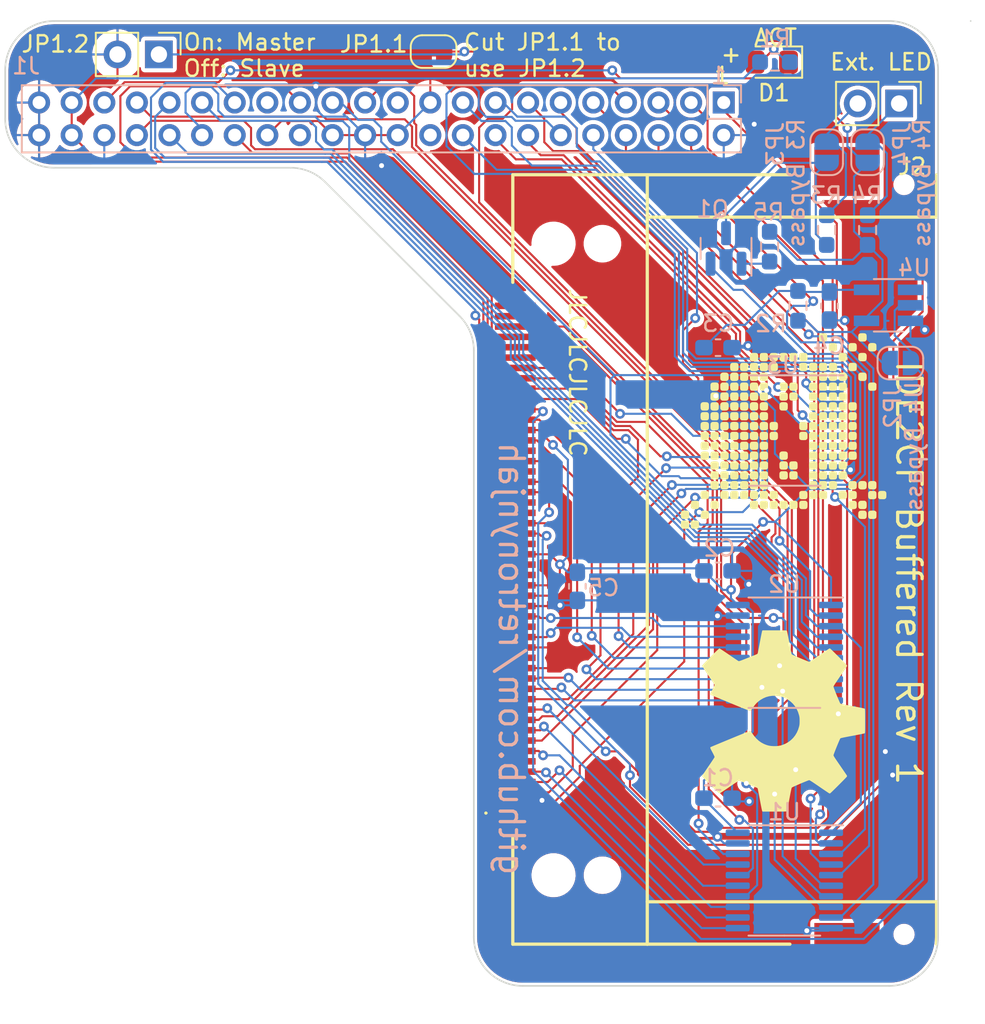
<source format=kicad_pcb>
(kicad_pcb (version 20221018) (generator pcbnew)
  (title_block (title "Buffered IDE2CF adapter") (date "2023-05-14") (rev "1") (company "retroninja"))
  (layers (0 "F.Cu" signal) (31 "B.Cu" signal) (34 "B.Paste" user) (35 "F.Paste" user) (36 "B.SilkS" user "B.Silkscreen") (37 "F.SilkS" user "F.Silkscreen") (38 "B.Mask" user) (39 "F.Mask" user) (44 "Edge.Cuts" user))
  (net 0 "")
  (net 1 "VCC")
  (net 2 "GND")
  (net 3 "/~{RESET}")
  (net 4 "/DD7_A")
  (net 5 "/DD8_A")
  (net 6 "/DD6_A")
  (net 7 "/DD9_A")
  (net 8 "/DD5_A")
  (net 9 "/DD10_A")
  (net 10 "/DD4_A")
  (net 11 "/DD11_A")
  (net 12 "/DD3_A")
  (net 13 "/DD12_A")
  (net 14 "/DD2_A")
  (net 15 "/DD13_A")
  (net 16 "/DD1_A")
  (net 17 "/DD14_A")
  (net 18 "/DD0_A")
  (net 19 "/DD15_A")
  (net 21 "/~{DIOW_A}")
  (net 22 "/~{DIOR_A}")
  (net 23 "/IORDY")
  (net 24 "/INTRQ")
  (net 25 "/~{IOCS16}")
  (net 26 "/DA1_A")
  (net 27 "/~{PDIAG_A}")
  (net 28 "/DA0_A")
  (net 29 "/DA2_A")
  (net 30 "/~{CS0_A}")
  (net 31 "/~{CS1_A}")
  (net 32 "/~{ACT}")
  (net 33 "/~{CSEL}")
  (net 34 "/~{CF_ACT}")
  (net 35 "Net-(D1-A)")
  (net 36 "/DD4_B")
  (net 37 "/DD11_B")
  (net 38 "/DD5_B")
  (net 39 "/DD10_B")
  (net 40 "/DD6_B")
  (net 41 "/DD9_B")
  (net 42 "/DD7_B")
  (net 43 "/DD8_B")
  (net 44 "/DD0_B")
  (net 45 "/DD15_B")
  (net 46 "/DD1_B")
  (net 47 "/DD14_B")
  (net 48 "/DD2_B")
  (net 49 "/DD13_B")
  (net 50 "/DD3_B")
  (net 51 "/DD12_B")
  (net 52 "/~{CS0_B}")
  (net 53 "/~{CS1_B}")
  (net 54 "/DA0_B")
  (net 55 "/DA2_B")
  (net 56 "/DA1_B")
  (net 57 "/~{PDIAG_B}")
  (net 58 "/~{DIOR_B}")
  (net 59 "/~{DIOW_B}")
  (net 62 "/ACT")
  (net 63 "/~{ACT_EXT}")
  (net 67 "Net-(Q1-B)")
  (net 70 "/ACT_EXT")
  (footprint "Connector_PinHeader_2.54mm:PinHeader_1x02_P2.54mm_Vertical" (layer "F.Cu") (at 165.1 80.01 -90)
    (fp_text reference "J2")
    (fp_text value "Ext. LED")
  )
  (footprint "LOGO" (layer "F.Cu") (at 158.02 117.88 -90)
    (fp_text reference "OSHW" hide)
    (fp_text value "LOGO" hide)
  )
  (footprint "LOGO" (layer "F.Cu") (at 158.02 100.1 -90)
    (fp_text reference "retroninja" hide)
    (fp_text value "LOGO" hide)
  )
  (footprint "Connector_PinHeader_2.54mm:PinHeader_1x02_P2.54mm_Vertical" (layer "F.Cu") (at 119.69018 76.999266 -90)
    (fp_text reference "JP1.2")
    (fp_text value "Master/Slave")
  )
  (footprint "LED_SMD:LED_0805_2012Metric_Pad1.15x1.40mm_HandSolder" (layer "F.Cu") (at 157.29 77.47 180)
    (fp_text reference "D1")
    (fp_text value "LED")
  )
  (footprint "Jumper:SolderJumper-2_P1.3mm_Bridged_RoundedPad1.0x1.5mm" (layer "F.Cu") (at 136.54 76.823339 180)
    (fp_text reference "JP1.1")
    (fp_text value "Master")
  )
  (footprint "Connector_PinHeader_2.00mm:PinHeader_2x22_P2.00mm_Vertical" (layer "F.Cu") (at 154.34 79.9494 -90)
    (fp_text reference "J1")
    (fp_text value "IDE Connector")
  )
  (footprint "Per:101DTAABR01" (layer "F.Cu") (at 154.4 107.9794 -90)
    (fp_text reference "U5" hide)
    (fp_text value "101D-TAAB-R01" hide)
  )
  (footprint "Package_SO:TSSOP-20_4.4x6.5mm_P0.65mm" (layer "B.Cu") (at 158.0802 100.0698 180)
    (fp_text reference "U3")
    (fp_text value "SN74HCT245PWR")
  )
  (footprint "Resistor_SMD:R_0603_1608Metric_Pad0.98x0.95mm_HandSolder" (layer "B.Cu") (at 160.656046 87.771558 90)
    (fp_text reference "R3")
    (fp_text value "560R")
  )
  (footprint "Capacitor_SMD:C_0603_1608Metric_Pad1.08x0.95mm_HandSolder" (layer "B.Cu") (at 153.99 122.6246)
    (fp_text reference "C1")
    (fp_text value "100n")
  )
  (footprint "Package_SO:TSSOP-20_4.4x6.5mm_P0.65mm" (layer "B.Cu") (at 158.06 113.6994 180)
    (fp_text reference "U2")
    (fp_text value "SN74HCT245PWR")
  )
  (footprint "Package_TO_SOT_SMD:SOT-23-5_HandSoldering" (layer "B.Cu") (at 164.45 92.39 180)
    (fp_text reference "U4")
    (fp_text value "74AHCT1G17" hide)
  )
  (footprint "Capacitor_SMD:C_0603_1608Metric_Pad1.08x0.95mm_HandSolder" (layer "B.Cu") (at 145.36 109.6268 -90)
    (fp_text reference "C5")
    (fp_text value "100n")
  )
  (footprint "Package_TO_SOT_SMD:SOT-23" (layer "B.Cu") (at 154.482 88.9 90)
    (fp_text reference "Q1")
    (fp_text value "MMBT3906")
  )
  (footprint "Jumper:SolderJumper-2_P1.3mm_Open_RoundedPad1.0x1.5mm" (layer "B.Cu") (at 165.177481 95.931837 180)
    (fp_text reference "JP2")
    (fp_text value "U4 Bypass")
  )
  (footprint "Capacitor_SMD:C_0603_1608Metric_Pad1.08x0.95mm_HandSolder" (layer "B.Cu") (at 153.99 108.68)
    (fp_text reference "C2")
    (fp_text value "100n")
  )
  (footprint "Resistor_SMD:R_0603_1608Metric_Pad0.98x0.95mm_HandSolder" (layer "B.Cu") (at 157.15388 88.792223 -90)
    (fp_text reference "R5")
    (fp_text value "4.7k")
  )
  (footprint "Package_SO:TSSOP-20_4.4x6.5mm_P0.65mm" (layer "B.Cu") (at 158.06 127.6694 180)
    (fp_text reference "U1")
    (fp_text value "SN74HCT245PWR")
  )
  (footprint "Resistor_SMD:R_0603_1608Metric_Pad0.98x0.95mm_HandSolder" (layer "B.Cu") (at 158.8946 92.4208 -90)
    (fp_text reference "R2")
    (fp_text value "10k")
  )
  (footprint "Capacitor_SMD:C_0603_1608Metric_Pad1.08x0.95mm_HandSolder" (layer "B.Cu") (at 153.99 94.9862)
    (fp_text reference "C3")
    (fp_text value "100n")
  )
  (footprint "Resistor_SMD:R_0603_1608Metric_Pad0.98x0.95mm_HandSolder" (layer "B.Cu") (at 163.166448 87.771558 90)
    (fp_text reference "R4")
    (fp_text value "560R")
  )
  (footprint "Resistor_SMD:R_0603_1608Metric_Pad0.98x0.95mm_HandSolder" (layer "B.Cu") (at 157.48 77.47 180)
    (fp_text reference "R1")
    (fp_text value "1k")
  )
  (footprint "Jumper:SolderJumper-2_P1.3mm_Open_RoundedPad1.0x1.5mm" (layer "B.Cu") (at 160.656046 83 90)
    (fp_text reference "JP3")
    (fp_text value "R3 Bypass")
  )
  (footprint "Capacitor_SMD:C_0603_1608Metric_Pad1.08x0.95mm_HandSolder" (layer "B.Cu") (at 160.8261 92.4304 -90)
    (fp_text reference "C4")
    (fp_text value "100n")
  )
  (footprint "Jumper:SolderJumper-2_P1.3mm_Open_RoundedPad1.0x1.5mm" (layer "B.Cu") (at 163.166448 83 90)
    (fp_text reference "JP4")
    (fp_text value "R4 Bypass")
  )
  (gr_arc (start 167.489981 131.139378) (mid 166.611308 133.260706) (end 164.489981 134.139378) (stroke (width 0.1)) (layer "Edge.Cuts"))
  (gr_arc (start 113.259981 83.949378) (mid 111.138681 83.07069) (end 110.259981 80.949378) (stroke (width 0.1)) (layer "Edge.Cuts"))
  (gr_line (start 142.009981 134.139378) (end 164.489981 134.139378) (stroke (width 0.1)) (layer "Edge.Cuts"))
  (gr_arc (start 164.489981 74.949378) (mid 166.611321 75.82805) (end 167.489981 77.949378) (stroke (width 0.1)) (layer "Edge.Cuts"))
  (gr_line (start 139.009981 95.16466) (end 139.009981 131.139378) (stroke (width 0.1)) (layer "Edge.Cuts"))
  (gr_line (start 129.88811 84.824873) (end 138.128112 93.040155) (stroke (width 0.1)) (layer "Edge.Cuts"))
  (gr_arc (start 127.769979 83.949378) (mid 128.915947 84.176877) (end 129.88811 84.824873) (stroke (width 0.1)) (layer "Edge.Cuts"))
  (gr_arc (start 142.009981 134.139378) (mid 139.888681 133.26069) (end 139.009981 131.139378) (stroke (width 0.1)) (layer "Edge.Cuts"))
  (gr_arc (start 138.128112 93.040155) (mid 138.780762 94.014527) (end 139.009981 95.16466) (stroke (width 0.1)) (layer "Edge.Cuts"))
  (gr_line (start 113.259981 74.949378) (end 164.489981 74.949378) (stroke (width 0.1)) (layer "Edge.Cuts"))
  (gr_line (start 167.489981 77.949378) (end 167.489981 131.139378) (stroke (width 0.1)) (layer "Edge.Cuts"))
  (gr_line (start 169.489981 74.949378) (end 169.489981 74.949378) (stroke (width 0.1)) (layer "Edge.Cuts"))
  (gr_line (start 113.259981 83.949378) (end 127.769979 83.949378) (stroke (width 0.1)) (layer "Edge.Cuts"))
  (gr_line (start 110.259981 77.949378) (end 110.259981 80.949378) (stroke (width 0.1)) (layer "Edge.Cuts"))
  (gr_arc (start 110.259981 77.949378) (mid 111.138667 75.828065) (end 113.259981 74.949378) (stroke (width 0.1)) (layer "Edge.Cuts"))
  (gr_text "U4 Bypass" (at 166.593986 101.044696 90) (layer "B.SilkS") (effects (font (size 1 1)) (justify bottom mirror)))
  (gr_text "github.com/retronynjah" (at 140.43409 100.643142 -90) (layer "B.SilkS") (effects (font (size 1.5 1.5) (thickness 0.2)) (justify right bottom mirror)))
  (gr_text "1" (at 154.60318 78.8894) (layer "B.SilkS") (effects (font (size 1 1)) (justify left bottom mirror)))
  (gr_text "Cut JP1.1 to \nuse JP1.2" (at 138.306029 78.439656) (layer "F.SilkS") (effects (font (size 1 1)) (justify left bottom)))
  (gr_text "ACT" (at 156.112161 76.541728) (layer "F.SilkS") (effects (font (size 1 1)) (justify left bottom)))
  (gr_text "JLCJLCJLCJLC" (at 144.78 96.52 270) (layer "F.SilkS") (effects (font (size 1 1)) (justify bottom)))
  (gr_text "1" (at 153.67 78.8894) (layer "F.SilkS") (effects (font (size 1 1)) (justify left bottom)))
  (gr_text "Ext. LED" (at 160.777537 78.047934) (layer "F.SilkS") (effects (font (size 1 1)) (justify left bottom)))
  (gr_text "IDE2CF Buffered Rev 1" (at 164.81743 95.668741 270) (layer "F.SilkS") (effects (font (size 1.5 1.5) (thickness 0.2)) (justify left bottom)))
  (gr_text "+" (at 155.510573 77.569331) (layer "F.SilkS") (effects (font (size 1 1)) (justify left bottom mirror)))
  (gr_text "On: Master\nOff: Slave" (at 121.109873 78.439656) (layer "F.SilkS") (effects (font (size 1 1)) (justify left bottom)))
  (segment (start 144.295171 108.280645) (end 143.676926 107.6624) (width 0.127) (layer "F.Cu") (net 1))
  (segment (start 115.9677 83.5771) (end 131.11868 83.5771) (width 0.127) (layer "F.Cu") (net 1))
  (segment (start 139.5941 92.05252) (end 139.5941 107.0835) (width 0.127) (layer "F.Cu") (net 1))
  (segment (start 156.758739 105.674015) (end 154.7891 107.643654) (width 0.127) (layer "F.Cu") (net 1))
  (segment (start 154.7891 107.643654) (end 154.7891 109.8425) (width 0.127) (layer "F.Cu") (net 1))
  (segment (start 114.34 79.9494) (end 114.34 81.9494) (width 0.127) (layer "F.Cu") (net 1))
  (segment (start 143.676926 107.6624) (end 141.55 107.6624) (width 0.127) (layer "F.Cu") (net 1))
  (segment (start 144.286307 109.545003) (end 144.286307 108.305291) (width 0.127) (layer "F.Cu") (net 1))
  (segment (start 143.8682 100.9512) (end 142.9584 100.0414) (width 0.127) (layer "F.Cu") (net 1))
  (segment (start 114.34 81.9494) (end 115.9677 83.5771) (width 0.127) (layer "F.Cu") (net 1))
  (segment (start 131.11868 83.5771) (end 139.5941 92.05252) (width 0.127) (layer "F.Cu") (net 1))
  (segment (start 144.286307 108.305291) (end 144.278416 108.2974) (width 0.127) (layer "F.Cu") (net 1))
  (segment (start 139.5941 107.0835) (end 140.173 107.6624) (width 0.127) (layer "F.Cu") (net 1))
  (segment (start 143.62891 110.2024) (end 144.286307 109.545003) (width 0.127) (layer "F.Cu") (net 1))
  (segment (start 141.55 110.2024) (end 143.62891 110.2024) (width 0.127) (layer "F.Cu") (net 1))
  (segment (start 141.55 107.6624) (end 141.55 108.2974) (width 0.127) (layer "F.Cu") (net 1))
  (segment (start 142.9584 100.0414) (end 141.55 100.0414) (width 0.127) (layer "F.Cu") (net 1))
  (segment (start 140.173 107.6624) (end 141.55 107.6624) (width 0.127) (layer "F.Cu") (net 1))
  (via (at 156.758739 105.674015) (size 0.6) (drill 0.3) (layers "F.Cu" "B.Cu") (net 1))
  (via (at 143.8682 100.9512) (size 0.6) (drill 0.3) (layers "F.Cu" "B.Cu") (net 1))
  (via (at 144.295171 108.280645) (size 0.6) (drill 0.3) (layers "F.Cu" "B.Cu") (net 1))
  (via (at 154.7891 109.8425) (size 0.6) (drill 0.3) (layers "F.Cu" "B.Cu") (net 1))
  (segment (start 144.78 101.863) (end 143.8682 100.9512) (width 0.127) (layer "B.Cu") (net 1))
  (segment (start 156.65016 92.58396) (end 156.659001 92.58396) (width 0.127) (layer "B.Cu") (net 1))
  (segment (start 153.1275 108.68) (end 154.2956 109.8481) (width 0.127) (layer "B.Cu") (net 1))
  (segment (start 163.1 91.44) (end 160.954 91.44) (width 0.127) (layer "B.Cu") (net 1))
  (segment (start 154.2956 109.8481) (end 154.7835 109.8481) (width 0.127) (layer "B.Cu") (net 1))
  (segment (start 155.5062 91.44) (end 154.94 91.44) (width 0.127) (layer "B.Cu") (net 1))
  (segment (start 115.8237 78.4657) (end 114.34 79.9494) (width 0.127) (layer "B.Cu") (net 1))
  (segment (start 157.48 101.4929) (end 159.64 103.6529) (width 0.127) (layer "B.Cu") (net 1))
  (segment (start 156.1261 111.1816) (end 156.1261 118.538564) (width 0.127) (layer "B.Cu") (net 1))
  (segment (start 154.7835 110.3604) (end 155.1975 110.7744) (width 0.127) (layer "B.Cu") (net 1))
  (segment (start 144.295171 108.280645) (end 144.295171 108.282605) (width 0.127) (layer "B.Cu") (net 1))
  (segment (start 155.7873 97.1448) (end 157.48 98.8375) (width 0.127) (layer "B.Cu") (net 1))
  (segment (start 155.2177 97.1448) (end 155.7873 97.1448) (width 0.127) (layer "B.Cu") (net 1))
  (segment (start 156.5675 77.47) (end 155.5718 78.4657) (width 0.127) (layer "B.Cu") (net 1))
  (segment (start 163.0043 102.742) (end 163.0043 96.5549) (width 0.127) (layer "B.Cu") (net 1))
  (segment (start 161.8226 95.3732) (end 159.4394 95.3732) (width 0.127) (layer "B.Cu") (net 1))
  (segment (start 159.64 103.6529) (end 162.0934 103.6529) (width 0.127) (layer "B.Cu") (net 1))
  (segment (start 157.48 98.8375) (end 157.48 101.4929) (width 0.127) (layer "B.Cu") (net 1))
  (segment (start 155.5718 78.4657) (end 115.8237 78.4657) (width 0.127) (layer "B.Cu") (net 1))
  (segment (start 156.758739 105.674015) (end 157.52219 105.674015) (width 0.127) (layer "B.Cu") (net 1))
  (segment (start 154.7835 109.8481) (end 154.7835 110.3604) (width 0.127) (layer "B.Cu") (net 1))
  (segment (start 160.9225 109.074325) (end 160.9225 110.7744) (width 0.127) (layer "B.Cu") (net 1))
  (segment (start 145.118 108.5225) (end 152.97 108.5225) (width 0.127) (layer "B.Cu") (net 1))
  (segment (start 160.8261 91.5679) (end 158.9542 91.5679) (width 0.127) (layer "B.Cu") (net 1))
  (segment (start 156.659001 92.58396) (end 157.734661 91.5083) (width 0.127) (layer "B.Cu") (net 1))
  (segment (start 153.532 90.032) (end 153.532 89.8375) (width 0.127) (layer "B.Cu") (net 1))
  (segment (start 156.1261 118.538564) (end 153.1275 121.537164) (width 0.127) (layer "B.Cu") (net 1))
  (segment (start 155.639863 93.594257) (end 156.65016 92.58396) (width 0.127) (layer "B.Cu") (net 1))
  (segment (start 154.7835 109.8481) (end 154.7891 109.8425) (width 0.127) (layer "B.Cu") (net 1))
  (segment (start 153.1275 122.6246) (end 153.1275 122.6744) (width 0.127) (layer "B.Cu") (net 1))
  (segment (start 162.0934 103.6529) (end 163.0043 102.742) (width 0.127) (layer "B.Cu") (net 1))
  (segment (start 159.4394 95.3732) (end 156.65016 92.58396) (width 0.127) (layer "B.Cu") (net 1))
  (segment (start 157.52219 105.674015) (end 160.9225 109.074325) (width 0.127) (layer "B.Cu") (net 1))
  (segment (start 155.7189 110.7744) (end 156.1261 111.1816) (width 0.127) (layer "B.Cu") (net 1))
  (segment (start 156.65016 92.58396) (end 155.5062 91.44) (width 0.127) (layer "B.Cu") (net 1))
  (segment (start 153.1275 122.6744) (end 155.1975 124.7444) (width 0.127) (layer "B.Cu") (net 1))
  (segment (start 144.78 107.795816) (end 144.78 101.863) (width 0.127) (layer "B.Cu") (net 1))
  (segment (start 144.776866 108.7643) (end 145.36 108.7643) (width 0.127) (layer "B.Cu") (net 1))
  (segment (start 157.494635 105.674015) (end 159.51575 103.6529) (width 0.127) (layer "B.Cu") (net 1))
  (segment (start 158.9542 91.5679) (end 158.8946 91.5083) (width 0.127) (layer "B.Cu") (net 1))
  (segment (start 163.0043 96.5549) (end 161.8226 95.3732) (width 0.127) (layer "B.Cu") (net 1))
  (segment (start 154.519443 93.594257) (end 155.639863 93.594257) (width 0.127) (layer "B.Cu") (net 1))
  (segment (start 154.94 91.44) (end 153.532 90.032) (width 0.127) (layer "B.Cu") (net 1))
  (segment (start 153.1275 121.537164) (end 153.1275 122.6246) (width 0.127) (layer "B.Cu") (net 1))
  (segment (start 155.1975 110.7744) (end 155.7189 110.7744) (width 0.127) (layer "B.Cu") (net 1))
  (segment (start 157.734661 91.5083) (end 158.8946 91.5083) (width 0.127) (layer "B.Cu") (net 1))
  (segment (start 144.295171 108.280645) (end 144.78 107.795816) (width 0.127) (layer "B.Cu") (net 1))
  (segment (start 160.954 91.44) (end 160.8261 91.5679) (width 0.127) (layer "B.Cu") (net 1))
  (segment (start 153.1275 94.9862) (end 154.519443 93.594257) (width 0.127) (layer "B.Cu") (net 1))
  (segment (start 144.295171 108.282605) (end 144.776866 108.7643) (width 0.127) (layer "B.Cu") (net 1))
  (segment (start 152.97 108.5225) (end 153.1275 108.68) (width 0.127) (layer "B.Cu") (net 1))
  (segment (start 159.51575 103.6529) (end 159.64 103.6529) (width 0.127) (layer "B.Cu") (net 1))
  (segment (start 129.4745 81.0839) (end 130.34 81.9494) (width 0.127) (layer "F.Cu") (net 2))
  (segment (start 141.55 122.9024) (end 143.046309 122.9024) (width 0.127) (layer "F.Cu") (net 2))
  (segment (start 141.55 105.7564) (end 139.850333 105.7564) (width 0.127) (layer "F.Cu") (net 2))
  (segment (start 140.173 107.0264) (end 139.8481 106.7015) (width 0.127) (layer "F.Cu") (net 2))
  (segment (start 139.8481 103.5423) (end 140.173 103.2174) (width 0.127) (layer "F.Cu") (net 2))
  (segment (start 140.173 103.2174) (end 141.55 103.2174) (width 0.127) (layer "F.Cu") (net 2))
  (segment (start 141.55 92.4214) (end 141.55 93.0574) (width 0.127) (layer "F.Cu") (net 2))
  (segment (start 139.8481 106.7015) (end 139.8481 105.758633) (width 0.127) (layer "F.Cu") (net 2))
  (segment (start 126.34 81.9494) (end 127.2055 81.0839) (width 0.127) (layer "F.Cu") (net 2))
  (segment (start 143.046309 122.9024) (end 143.191309 122.7574) (width 0.127) (layer "F.Cu") (net 2))
  (segment (start 139.8481 104.463704) (end 139.8481 103.5423) (width 0.127) (layer "F.Cu") (net 2))
  (segment (start 139.850333 105.7564) (end 139.8481 105.758633) (width 0.127) (layer "F.Cu") (net 2))
  (segment (start 139.871796 104.4874) (end 139.8481 104.463704) (width 0.127) (layer "F.Cu") (net 2))
  (segment (start 139.8481 105.758633) (end 139.8481 104.463704) (width 0.127) (layer "F.Cu") (net 2))
  (segment (start 141.55 107.0264) (end 140.173 107.0264) (width 0.127) (layer "F.Cu") (net 2))
  (segment (start 144.248 110.837) (end 144.295 110.79) (width 0.127) (layer "F.Cu") (net 2))
  (segment (start 141.55 110.8374) (end 144.248114 110.8374) (width 0.127) (layer "F.Cu") (net 2))
  (segment (start 127.2055 81.0839) (end 129.4745 81.0839) (width 0.127) (layer "F.Cu") (net 2))
  (segment (start 141.55 123.5374) (end 141.55 122.9024) (width 0.127) (layer "F.Cu") (net 2))
  (segment (start 141.55 104.4874) (end 139.871796 104.4874) (width 0.127) (layer "F.Cu") (net 2))
  (via (at 164.702228 121.202492) (size 0.6) (drill 0.3) (layers "F.Cu" "B.Cu") (net 2))
  (via (at 161.3695 117.4481) (size 0.6) (drill 0.3) (layers "F.Cu" "B.Cu") (net 2))
  (via (at 159.4378 130.7516) (size 0.6) (drill 0.3) (layers "F.Cu" "B.Cu") (net 2))
  (via (at 129.3179 78.9562) (size 0.6) (drill 0.3) (layers "F.Cu" "B.Cu") (net 2))
  (via (at 143.191309 122.7574) (size 0.6) (drill 0.3) (layers "F.Cu" "B.Cu") (net 2))
  (via (at 153.9586 111.4372) (size 0.6) (drill 0.3) (layers "F.Cu" "B.Cu") (net 2))
  (via (at 155.9002 122.81869) (size 0.6) (drill 0.3) (layers "F.Cu" "B.Cu") (net 2))
  (via (at 155.8364 94.8712) (size 0.6) (drill 0.3) (layers "F.Cu" "B.Cu") (net 2))
  (via (at 144.295171 110.790343) (size 0.6) (drill 0.3) (layers "F.Cu" "B.Cu") (net 2))
  (via (at 153.9568 124.9926) (size 0.6) (drill 0.3) (layers "F.Cu" "B.Cu") (net 2))
  (via (at 166.67185 93.889469) (size 0.6) (drill 0.3) (layers "F.Cu" "B.Cu") (net 2))
  (via (at 155.8774 109.5006) (size 0.6) (drill 0.3) (layers "F.Cu" "B.Cu") (net 2))
  (via (at 153.8562 97.9457) (size 0.6) (drill 0.3) (layers "F.Cu" "B.Cu") (net 2))
  (via (at 156.21 81.28) (size 0.6) (drill 0.3) (layers "F.Cu" "B.Cu") (net 2))
  (via (at 161.7658 93.3139) (size 0.6) (drill 0.3) (layers "F.Cu" "B.Cu") (net 2))
  (via (at 156.683281 115.824702) (size 0.6) (drill 0.3) (layers "F.Cu" "B.Cu") (net 2))
  (via (at 164.254598 119.763682) (size 0.6) (drill 0.3) (layers "F.Cu" "B.Cu") (net 2))
  (via (at 162.1117 102.4788) (size 0.6) (drill 0.3) (layers "F.Cu" "B.Cu") (net 2))
  (via (at 133.35 83.82) (size 0.6) (drill 0.3) (layers "F.Cu" "B.Cu") (net 2))
  (segment (start 161.3695 117.4481) (end 160.9225 117.0011) (width 0.127) (layer "B.Cu") (net 2))
  (segment (start 154.9675 94.8712) (end 154.8525 94.9862) (width 0.127) (layer "B.Cu") (net 2))
  (segment (start 145.0593 110.79) (end 145.36 110.4893) (width 0.127) (layer "B.Cu") (net 2))
  (segment (start 144.295 110.79) (end 145.0593 110.79) (width 0.127) (layer "B.Cu") (net 2))
  (segment (start 129.779744 80.8149) (end 131.2055 80.8149) (width 0.127) (layer "B.Cu") (net 2))
  (segment (start 155.04659 122.81869) (end 154.8525 122.6246) (width 0.127) (layer "B.Cu") (net 2))
  (segment (start 166.122381 93.34) (end 165.8 93.34) (width 0.127) (layer "B.Cu") (net 2))
  (segment (start 155.9002 122.81869) (end 155.04659 122.81869) (width 0.127) (layer "B.Cu") (net 2))
  (segment (start 134.34 81.9494) (end 136.34 79.9494) (width 0.127) (layer "B.Cu") (net 2))
  (segment (start 155.8364 94.8712) (end 154.9675 94.8712) (width 0.127) (layer "B.Cu") (net 2))
  (segment (start 155.8774 109.5006) (end 155.0568 108.68) (width 0.127) (layer "B.Cu") (net 2))
  (segment (start 159.4378 130.7516) (end 160.7653 130.7516) (width 0.127) (layer "B.Cu") (net 2))
  (segment (start 129.3179 78.9562) (end 129.3179 80.353056) (width 0.127) (layer "B.Cu") (net 2))
  (segment (start 154.3586 125.3944) (end 155.1975 125.3944) (width 0.127) (layer "B.Cu") (net 2))
  (segment (start 160.7653 130.7516) (end 160.9225 130.5944) (width 0.127) (layer "B.Cu") (net 2))
  (segment (start 155.0668 97.9457) (end 155.2177 97.7948) (width 0.127) (layer "B.Cu") (net 2))
  (segment (start 161.7658 93.3139) (end 160.8471 93.3139) (width 0.127) (layer "B.Cu") (net 2))
  (segment (start 129.3179 80.353056) (end 129.779744 80.8149) (width 0.127) (layer "B.Cu") (net 2))
  (segment (start 161.5957 102.9948) (end 160.9427 102.9948) (width 0.127) (layer "B.Cu") (net 2))
  (segment (start 153.9586 111.4372) (end 155.1847 111.4372) (width 0.127) (layer "B.Cu") (net 2))
  (segment (start 153.8562 97.9457) (end 155.0668 97.9457) (width 0.127) (layer "B.Cu") (net 2))
  (segment (start 166.67185 93.889469) (end 166.122381 93.34) (width 0.127) (layer "B.Cu") (net 2))
  (segment (start 162.1117 102.4788) (end 161.5957 102.9948) (width 0.127) (layer "B.Cu") (net 2))
  (segment (start 155.0568 108.68) (end 154.8525 108.68) (width 0.127) (layer "B.Cu") (net 2))
  (segment (start 160.8471 93.3139) (end 160.8261 93.2929) (width 0.127) (layer "B.Cu") (net 2))
  (segment (start 153.9568 124.9926) (end 154.3586 125.3944) (width 0.127) (layer "B.Cu") (net 2))
  (segment (start 160.9225 117.0011) (end 160.9225 116.6244) (width 0.127) (layer "B.Cu") (net 2))
  (segment (start 155.1847 111.4372) (end 155.1975 111.4244) (width 0.127) (layer "B.Cu") (net 2))
  (segment (start 131.2055 80.8149) (end 132.34 81.9494) (width 0.127) (layer "B.Cu") (net 2))
  (segment (start 161.6211 103.0037) (end 161.9092 103.2918) (width 0.127) (layer "F.Cu") (net 3))
  (segment (start 149.0797 121.1666) (end 149.0797 121.0156) (width 0.127) (layer "F.Cu") (net 3))
  (segment (start 143.009165 103.8524) (end 143.6288 104.472035) (width 0.127) (layer "F.Cu") (net 3))
  (segment (start 152.5999 124.6868) (end 149.0797 121.1666) (width 0.127) (layer "F.Cu") (net 3))
  (segment (start 161.621 93.8628) (end 161.6211 93.8628) (width 0.127) (layer "F.Cu") (net 3))
  (segment (start 161.2752 87.371388) (end 161.2752 93.517) (width 0.127) (layer "F.Cu") (net 3))
  (segment (start 160.7467 123.816172) (end 160.119672 124.4432) (width 0.127) (layer "F.Cu") (net 3))
  (segment (start 147.8174 119.7533) (end 147.1014 119.7533) (width 0.127) (layer "F.Cu") (net 3))
  (segment (start 160.119672 124.4432) (end 153.7768 124.4432) (width 0.127) (layer "F.Cu") (net 3))
  (segment (start 161.2752 93.517) (end 161.621 93.8628) (width 0.127) (layer "F.Cu") (net 3))
  (segment (start 153.5332 124.6868) (end 152.5999 124.6868) (width 0.127) (layer "F.Cu") (net 3))
  (segment (start 154.34 80.436188) (end 161.2752 87.371388) (width 0.127) (layer "F.Cu") (net 3))
  (segment (start 161.9092 103.2918) (end 161.9092 118.210204) (width 0.127) (layer "F.Cu") (net 3))
  (segment (start 141.55 103.8524) (end 143.009165 103.8524) (width 0.127) (layer "F.Cu") (net 3))
  (segment (start 143.6288 104.472035) (end 143.6288 105.0861) (width 0.127) (layer "F.Cu") (net 3))
  (segment (start 154.34 79.9494) (end 154.34 80.436188) (width 0.127) (layer "F.Cu") (net 3))
  (segment (start 153.7768 124.4432) (end 153.5332 124.6868) (width 0.127) (layer "F.Cu") (net 3))
  (segment (start 149.0797 121.0156) (end 147.8174 119.7533) (width 0.127) (layer "F.Cu") (net 3))
  (segment (start 160.7467 119.372704) (end 160.7467 123.816172) (width 0.127) (layer "F.Cu") (net 3))
  (segment (start 161.9092 118.210204) (end 160.7467 119.372704) (width 0.127) (layer "F.Cu") (net 3))
  (segment (start 161.6211 93.8628) (end 161.6211 103.0037) (width 0.127) (layer "F.Cu") (net 3))
  (via (at 147.1014 119.7533) (size 0.6) (drill 0.3) (layers "F.Cu" "B.Cu") (net 3))
  (via (at 143.6288 105.0861) (size 0.6) (drill 0.3) (layers "F.Cu" "B.Cu") (net 3))
  (segment (start 142.9601 115.612) (end 142.9601 105.7548) (width 0.127) (layer "B.Cu") (net 3))
  (segment (start 142.9601 105.7548) (end 143.6288 105.0861) (width 0.127) (layer "B.Cu") (net 3))
  (segment (start 147.1014 119.7533) (end 142.9601 115.612) (width 0.127) (layer "B.Cu") (net 3))
  (segment (start 161.0211 103.9968) (end 161.1678 104.1435) (width 0.127) (layer "F.Cu") (net 4))
  (segment (start 153.34975 82.739789) (end 161.0211 90.411139) (width 0.127) (layer "F.Cu") (net 4))
  (segment (start 152.34 79.9494) (end 153.34975 80.95915) (width 0.127) (layer "F.Cu") (net 4))
  (segment (start 161.0211 90.411139) (end 161.0211 103.9968) (width 0.127) (layer "F.Cu") (net 4))
  (segment (start 153.34975 80.95915) (end 153.34975 82.739789) (width 0.127) (layer "F.Cu") (net 4))
  (via (at 161.1678 104.1435) (size 0.6) (drill 0.3) (layers "F.Cu" "B.Cu") (net 4))
  (segment (start 163.0045 105.9802) (end 163.0045 124.5209) (width 0.127) (layer "B.Cu") (net 4))
  (segment (start 161.481 126.0444) (end 160.9225 126.0444) (width 0.127) (layer "B.Cu") (net 4))
  (segment (start 161.1678 104.1435) (end 163.0045 105.9802) (width 0.127) (layer "B.Cu") (net 4))
  (segment (start 163.0045 124.5209) (end 161.481 126.0444) (width 0.127) (layer "B.Cu") (net 4))
  (segment (start 160.4264 90.9014) (end 160.4264 123.4428) (width 0.127) (layer "F.Cu") (net 5))
  (segment (start 160.4264 123.4428) (end 160.2562 123.613) (width 0.127) (layer "F.Cu") (net 5))
  (segment (start 152.34 81.9494) (end 152.34 82.815) (width 0.127) (layer "F.Cu") (net 5))
  (segment (start 152.34 82.815) (end 160.4264 90.9014) (width 0.127) (layer "F.Cu") (net 5))
  (via (at 160.2562 123.613) (size 0.6) (drill 0.3) (layers "F.Cu" "B.Cu") (net 5))
  (segment (start 159.9945 125.180277) (end 160.208623 125.3944) (width 0.127) (layer "B.Cu") (net 5))
  (segment (start 160.208623 125.3944) (end 160.9225 125.3944) (width 0.127) (layer "B.Cu") (net 5))
  (segment (start 159.9945 123.8747) (end 159.9945 125.180277) (width 0.127) (layer "B.Cu") (net 5))
  (segment (start 160.2562 123.613) (end 159.9945 123.8747) (width 0.127) (layer "B.Cu") (net 5))
  (segment (start 151.348473 80.957873) (end 151.348473 83.648073) (width 0.127) (layer "F.Cu") (net 6))
  (segment (start 150.34 79.9494) (end 151.348473 80.957873) (width 0.127) (layer "F.Cu") (net 6))
  (segment (start 151.348473 83.648073) (end 159.833 92.1326) (width 0.127) (layer "F.Cu") (net 6))
  (via (at 159.833 92.1326) (size 0.6) (drill 0.3) (layers "F.Cu" "B.Cu") (net 6))
  (segment (start 160.9225 127.3444) (end 161.4622 127.3444) (width 0.127) (layer "B.Cu") (net 6))
  (segment (start 161.4688 94.66) (end 159.0926 94.66) (width 0.127) (layer "B.Cu") (net 6))
  (segment (start 158.6064 92.4208) (end 159.5448 92.4208) (width 0.127) (layer "B.Cu") (net 6))
  (segment (start 159.0926 94.66) (end 158.2236 93.791) (width 0.127) (layer "B.Cu") (net 6))
  (segment (start 161.4622 127.3444) (end 163.2585 125.5481) (width 0.127) (layer "B.Cu") (net 6))
  (segment (start 159.5448 92.4208) (end 159.833 92.1326) (width 0.127) (layer "B.Cu") (net 6))
  (segment (start 158.2236 93.791) (end 158.2236 92.8036) (width 0.127) (layer "B.Cu") (net 6))
  (segment (start 163.2585 96.4497) (end 161.4688 94.66) (width 0.127) (layer "B.Cu") (net 6))
  (segment (start 158.2236 92.8036) (end 158.6064 92.4208) (width 0.127) (layer "B.Cu") (net 6))
  (segment (start 163.2585 125.5481) (end 163.2585 96.4497) (width 0.127) (layer "B.Cu") (net 6))
  (segment (start 159.6692 122.6495) (end 160.1451 122.1736) (width 0.127) (layer "F.Cu") (net 7))
  (segment (start 160.1451 94.0679) (end 150.34 84.2628) (width 0.127) (layer "F.Cu") (net 7))
  (segment (start 160.1451 122.1736) (end 160.1451 94.0679) (width 0.127) (layer "F.Cu") (net 7))
  (segment (start 150.34 84.2628) (end 150.34 81.9494) (width 0.127) (layer "F.Cu") (net 7))
  (via (at 159.6692 122.6495) (size 0.6) (drill 0.3) (layers "F.Cu" "B.Cu") (net 7))
  (segment (start 159.6692 122.6495) (end 159.6692 125.9963) (width 0.127) (layer "B.Cu") (net 7))
  (segment (start 160.3673 126.6944) (end 160.9225 126.6944) (width 0.127) (layer "B.Cu") (net 7))
  (segment (start 159.6692 125.9963) (end 160.3673 126.6944) (width 0.127) (layer "B.Cu") (net 7))
  (segment (start 148.34 79.9494) (end 147.355236 78.964636) (width 0.127) (layer "F.Cu") (net 8))
  (segment (start 158.257 104.995035) (end 158.257 115.756) (width 0.127) (layer "F.Cu") (net 8))
  (segment (start 141.360364 80.360579) (end 140.777234 80.943709) (width 0.127) (layer "F.Cu") (net 8))
  (segment (start 147.355236 78.964636) (end 142.035664 78.964636) (width 0.127) (layer "F.Cu") (net 8))
  (segment (start 158.257 115.756) (end 157.9542 116.0588) (width 0.127) (layer "F.Cu") (net 8))
  (segment (start 141.360364 79.639936) (end 141.360364 80.360579) (width 0.127) (layer "F.Cu") (net 8))
  (segment (start 139.880017 80.943709) (end 139.335026 81.4887) (width 0.127) (layer "F.Cu") (net 8))
  (segment (start 142.035664 78.964636) (end 141.360364 79.639936) (width 0.127) (layer "F.Cu") (net 8))
  (segment (start 140.777234 80.943709) (end 139.880017 80.943709) (width 0.127) (layer "F.Cu") (net 8))
  (segment (start 139.335026 86.073061) (end 158.257 104.995035) (width 0.127) (layer "F.Cu") (net 8))
  (segment (start 139.335026 81.4887) (end 139.335026 86.073061) (width 0.127) (layer "F.Cu") (net 8))
  (via (at 157.9542 116.0588) (size 0.6) (drill 0.3) (layers "F.Cu" "B.Cu") (net 8))
  (segment (start 160.4197 128.6444) (end 157.9542 126.1789) (width 0.127) (layer "B.Cu") (net 8))
  (segment (start 157.9542 126.1789) (end 157.9542 116.0588) (width 0.127) (layer "B.Cu") (net 8))
  (segment (start 160.9225 128.6444) (end 160.4197 128.6444) (width 0.127) (layer "B.Cu") (net 8))
  (segment (start 148.34 83.7817) (end 148.34 81.9494) (width 0.127) (layer "F.Cu") (net 9))
  (segment (start 158.7548 120.8762) (end 159.891 119.74) (width 0.127) (layer "F.Cu") (net 9))
  (segment (start 159.891 95.3327) (end 148.34 83.7817) (width 0.127) (layer "F.Cu") (net 9))
  (segment (start 159.891 119.74) (end 159.891 95.3327) (width 0.127) (layer "F.Cu") (net 9))
  (via (at 158.7548 120.8762) (size 0.6) (drill 0.3) (layers "F.Cu" "B.Cu") (net 9))
  (segment (start 160.415 127.9944) (end 160.9225 127.9944) (width 0.127) (layer "B.Cu") (net 9))
  (segment (start 158.7548 126.3342) (end 160.415 127.9944) (width 0.127) (layer "B.Cu") (net 9))
  (segment (start 158.7548 120.8762) (end 158.7548 126.3342) (width 0.127) (layer "B.Cu") (net 9))
  (segment (start 149.336094 81.546069) (end 149.336094 83.952694) (width 0.127) (layer "F.Cu") (net 10))
  (segment (start 147.362993 80.972393) (end 148.762418 80.972393) (width 0.127) (layer "F.Cu") (net 10))
  (segment (start 146.34 79.9494) (end 147.362993 80.972393) (width 0.127) (layer "F.Cu") (net 10))
  (segment (start 149.336094 83.952694) (end 159.5526 94.1692) (width 0.127) (layer "F.Cu") (net 10))
  (segment (start 148.762418 80.972393) (end 149.336094 81.546069) (width 0.127) (layer "F.Cu") (net 10))
  (via (at 159.5526 94.1692) (size 0.6) (drill 0.3) (layers "F.Cu" "B.Cu") (net 10))
  (segment (start 159.6735 94.2901) (end 159.5526 94.1692) (width 0.127) (layer "B.Cu") (net 10))
  (segment (start 161.485 129.9444) (end 163.5183 127.9111) (width 0.127) (layer "B.Cu") (net 10))
  (segment (start 161.5465 94.2901) (end 159.6735 94.2901) (width 0.127) (layer "B.Cu") (net 10))
  (segment (start 160.9225 129.9444) (end 161.485 129.9444) (width 0.127) (layer "B.Cu") (net 10))
  (segment (start 163.5183 96.2619) (end 161.5465 94.2901) (width 0.127) (layer "B.Cu") (net 10))
  (segment (start 163.5183 127.9111) (end 163.5183 96.2619) (width 0.127) (layer "B.Cu") (net 10))
  (segment (start 151.838564 93.931098) (end 152.5909 93.178762) (width 0.127) (layer "F.Cu") (net 11))
  (segment (start 152.781784 98.984884) (end 152.781784 96.871709) (width 0.127) (layer "F.Cu") (net 11))
  (segment (start 157.1833 117.6839) (end 158.5184 116.3488) (width 0.127) (layer "F.Cu") (net 11))
  (segment (start 152.781784 96.871709) (end 151.838564 95.928489) (width 0.127) (layer "F.Cu") (net 11))
  (segment (start 151.838564 95.928489) (end 151.838564 93.931098) (width 0.127) (layer "F.Cu") (net 11))
  (segment (start 157.4642 122.371297) (end 157.1833 122.090397) (width 0.127) (layer "F.Cu") (net 11))
  (segment (start 157.1833 122.090397) (end 157.1833 117.6839) (width 0.127) (layer "F.Cu") (net 11))
  (segment (start 158.5184 116.3488) (end 158.5184 104.7215) (width 0.127) (layer "F.Cu") (net 11))
  (segment (start 158.5184 104.7215) (end 152.781784 98.984884) (width 0.127) (layer "F.Cu") (net 11))
  (via (at 157.4642 122.371297) (size 0.6) (drill 0.3) (layers "F.Cu" "B.Cu") (net 11))
  (via (at 152.5909 93.178762) (size 0.6) (drill 0.3) (layers "F.Cu" "B.Cu") (net 11))
  (segment (start 146.34 82.815) (end 146.34 81.9494) (width 0.127) (layer "B.Cu") (net 11))
  (segment (start 152.5909 93.178762) (end 152.6985 93.071162) (width 0.127) (layer "B.Cu") (net 11))
  (segment (start 152.6985 89.1735) (end 146.34 82.815) (width 0.127) (layer "B.Cu") (net 11))
  (segment (start 157.4642 122.371297) (end 157.4642 126.4011) (width 0.127) (layer "B.Cu") (net 11))
  (segment (start 160.3575 129.2944) (end 160.9225 129.2944) (width 0.127) (layer "B.Cu") (net 11))
  (segment (start 152.6985 93.071162) (end 152.6985 89.1735) (width 0.127) (layer "B.Cu") (net 11))
  (segment (start 157.4642 126.4011) (end 160.3575 129.2944) (width 0.127) (layer "B.Cu") (net 11))
  (segment (start 159.4004 96.556834) (end 159.4004 97.164) (width 0.127) (layer "F.Cu") (net 12))
  (segment (start 145.310807 82.467241) (end 159.4004 96.556834) (width 0.127) (layer "F.Cu") (net 12))
  (segment (start 145.310807 81.517384) (end 145.310807 82.467241) (width 0.127) (layer "F.Cu") (net 12))
  (segment (start 144.34 80.546577) (end 145.310807 81.517384) (width 0.127) (layer "F.Cu") (net 12))
  (segment (start 144.34 79.9494) (end 144.34 80.546577) (width 0.127) (layer "F.Cu") (net 12))
  (via (at 159.4004 97.164) (size 0.6) (drill 0.3) (layers "F.Cu" "B.Cu") (net 12))
  (segment (start 159.4004 97.164) (end 159.4004 97.4194) (width 0.127) (layer "B.Cu") (net 12))
  (segment (start 160.4258 98.4448) (end 160.9427 98.4448) (width 0.127) (layer "B.Cu") (net 12))
  (segment (start 159.4004 97.4194) (end 160.4258 98.4448) (width 0.127) (layer "B.Cu") (net 12))
  (segment (start 151.3389 95.5144) (end 151.3389 89.25074) (width 0.127) (layer "B.Cu") (net 13))
  (segment (start 143.4596 81.069) (end 144.34 81.9494) (width 0.127) (layer "B.Cu") (net 13))
  (segment (start 141.332406 80.8297) (end 141.571706 81.069) (width 0.127) (layer "B.Cu") (net 13))
  (segment (start 137.33259 82.618075) (end 137.33259 79.433565) (width 0.127) (layer "B.Cu") (net 13))
  (segment (start 161.8795 97.3837) (end 161.8795 96.927) (width 0.127) (layer "B.Cu") (net 13))
  (segment (start 161.3718 96.4193) (end 152.2438 96.4193) (width 0.127) (layer "B.Cu") (net 13))
  (segment (start 141.571706 81.069) (end 143.4596 81.069) (width 0.127) (layer "B.Cu") (net 13))
  (segment (start 161.8795 96.927) (end 161.3718 96.4193) (width 0.127) (layer "B.Cu") (net 13))
  (segment (start 138.923544 78.876151) (end 139.312572 79.265179) (width 0.127) (layer "B.Cu") (net 13))
  (segment (start 160.9427 97.7948) (end 161.4684 97.7948) (width 0.127) (layer "B.Cu") (net 13))
  (segment (start 139.312572 80.380008) (end 139.762264 80.8297) (width 0.127) (layer "B.Cu") (net 13))
  (segment (start 139.762264 80.8297) (end 141.332406 80.8297) (width 0.127) (layer "B.Cu") (net 13))
  (segment (start 161.4684 97.7948) (end 161.8795 97.3837) (width 0.127) (layer "B.Cu") (net 13))
  (segment (start 152.2438 96.4193) (end 151.3389 95.5144) (width 0.127) (layer "B.Cu") (net 13))
  (segment (start 151.3389 89.25074) (end 146.41616 84.328) (width 0.127) (layer "B.Cu") (net 13))
  (segment (start 137.890004 78.876151) (end 138.923544 78.876151) (width 0.127) (layer "B.Cu") (net 13))
  (segment (start 137.33259 79.433565) (end 137.890004 78.876151) (width 0.127) (layer "B.Cu") (net 13))
  (segment (start 139.312572 79.265179) (end 139.312572 80.380008) (width 0.127) (layer "B.Cu") (net 13))
  (segment (start 139.042515 84.328) (end 137.33259 82.618075) (width 0.127) (layer "B.Cu") (net 13))
  (segment (start 146.41616 84.328) (end 139.042515 84.328) (width 0.127) (layer "B.Cu") (net 13))
  (segment (start 143.879285 82.9272) (end 143.331628 82.379543) (width 0.127) (layer "F.Cu") (net 14))
  (segment (start 158.8775 96.393144) (end 145.411556 82.9272) (width 0.127) (layer "F.Cu") (net 14))
  (segment (start 145.411556 82.9272) (end 143.879285 82.9272) (width 0.127) (layer "F.Cu") (net 14))
  (segment (start 158.8775 98.825934) (end 158.8775 96.393144) (width 0.127) (layer "F.Cu") (net 14))
  (segment (start 143.331628 82.379543) (end 143.331628 80.941028) (width 0.127) (layer "F.Cu") (net 14))
  (segment (start 159.177064 99.125498) (end 158.8775 98.825934) (width 0.127) (layer "F.Cu") (net 14))
  (segment (start 143.331628 80.941028) (end 142.34 79.9494) (width 0.127) (layer "F.Cu") (net 14))
  (via (at 159.177064 99.125498) (size 0.6) (drill 0.3) (layers "F.Cu" "B.Cu") (net 14))
  (segment (start 159.177064 99.125498) (end 159.180366 99.125498) (width 0.127) (layer "B.Cu") (net 14))
  (segment (start 159.799668 99.7448) (end 160.9427 99.7448) (width 0.127) (layer "B.Cu") (net 14))
  (segment (start 159.180366 99.125498) (end 159.799668 99.7448) (width 0.127) (layer "B.Cu") (net 14))
  (segment (start 144.52429 83.1812) (end 143.115012 83.1812) (width 0.127) (layer "F.Cu") (net 15))
  (segment (start 142.34 82.406188) (end 142.34 81.9494) (width 0.127) (layer "F.Cu") (net 15))
  (segment (start 143.115012 83.1812) (end 142.34 82.406188) (width 0.127) (layer "F.Cu") (net 15))
  (segment (start 157.674314 97.402814) (end 155.3459 95.0744) (width 0.127) (layer "F.Cu") (net 15))
  (segment (start 155.3459 95.0744) (end 155.3459 94.00281) (width 0.127) (layer "F.Cu") (net 15))
  (segment (start 155.3459 94.00281) (end 144.52429 83.1812) (width 0.127) (layer "F.Cu") (net 15))
  (via (at 157.674314 97.402814) (size 0.6) (drill 0.3) (layers "F.Cu" "B.Cu") (net 15))
  (segment (start 157.674314 97.402814) (end 158.362814 97.402814) (width 0.127) (layer "B.Cu") (net 15))
  (segment (start 160.0548 99.0948) (end 160.9427 99.0948) (width 0.127) (layer "B.Cu") (net 15))
  (segment (start 158.362814 97.402814) (end 160.0548 99.0948) (width 0.127) (layer "B.Cu") (net 15))
  (segment (start 162.7122 102.6137) (end 161.9271 103.3988) (width 0.127) (layer "B.Cu") (net 16))
  (segment (start 140.811316 79.9494) (end 141.676916 80.815) (width 0.127) (layer "B.Cu") (net 16))
  (segment (start 160.1975 103.3988) (end 159.894 103.0953) (width 0.127) (layer "B.Cu") (net 16))
  (segment (start 146.73179 83.566) (end 152.1009 88.93511) (width 0.127) (layer "B.Cu") (net 16))
  (segment (start 152.6339 95.657) (end 161.7447 95.657) (width 0.127) (layer "B.Cu") (net 16))
  (segment (start 152.1009 88.93511) (end 152.1009 95.124) (width 0.127) (layer "B.Cu") (net 16))
  (segment (start 162.7122 96.6245) (end 162.7122 102.6137) (width 0.127) (layer "B.Cu") (net 16))
  (segment (start 145.32993 82.65682) (end 146.23911 83.566) (width 0.127) (layer "B.Cu") (net 16))
  (segment (start 159.894 101.292767) (end 160.141967 101.0448) (width 0.127) (layer "B.Cu") (net 16))
  (segment (start 141.676916 80.815) (end 144.616338 80.815) (width 0.127) (layer "B.Cu") (net 16))
  (segment (start 144.616338 80.815) (end 145.32993 81.528592) (width 0.127) (layer "B.Cu") (net 16))
  (segment (start 140.34 79.9494) (end 140.811316 79.9494) (width 0.127) (layer "B.Cu") (net 16))
  (segment (start 159.894 103.0953) (end 159.894 101.292767) (width 0.127) (layer "B.Cu") (net 16))
  (segment (start 146.23911 83.566) (end 146.73179 83.566) (width 0.127) (layer "B.Cu") (net 16))
  (segment (start 161.7447 95.657) (end 162.7122 96.6245) (width 0.127) (layer "B.Cu") (net 16))
  (segment (start 145.32993 81.528592) (end 145.32993 82.65682) (width 0.127) (layer "B.Cu") (net 16))
  (segment (start 161.9271 103.3988) (end 160.1975 103.3988) (width 0.127) (layer "B.Cu") (net 16))
  (segment (start 160.141967 101.0448) (end 160.9427 101.0448) (width 0.127) (layer "B.Cu") (net 16))
  (segment (start 152.1009 95.124) (end 152.6339 95.657) (width 0.127) (layer "B.Cu") (net 16))
  (segment (start 144.3952 83.4352) (end 155.0919 94.1319) (width 0.127) (layer "F.Cu") (net 17))
  (segment (start 140.34 81.9494) (end 140.34 82.185) (width 0.127) (layer "F.Cu") (net 17))
  (segment (start 141.5902 83.4352) (end 144.3952 83.4352) (width 0.127) (layer "F.Cu") (net 17))
  (segment (start 156.9686 97.05631) (end 156.9686 97.61) (width 0.127) (layer "F.Cu") (net 17))
  (segment (start 155.0919 95.17961) (end 156.9686 97.05631) (width 0.127) (layer "F.Cu") (net 17))
  (segment (start 155.0919 94.1319) (end 155.0919 95.17961) (width 0.127) (layer "F.Cu") (net 17))
  (segment (start 140.34 82.185) (end 141.5902 83.4352) (width 0.127) (layer "F.Cu") (net 17))
  (via (at 156.9686 97.61) (size 0.6) (drill 0.3) (layers "F.Cu" "B.Cu") (net 17))
  (segment (start 159.7534 100.3948) (end 160.9427 100.3948) (width 0.127) (layer "B.Cu") (net 17))
  (segment (start 156.9686 97.61) (end 159.7534 100.3948) (width 0.127) (layer "B.Cu") (net 17))
  (segment (start 151.8469 95.3013) (end 151.8469 89.04032) (width 0.127) (layer "B.Cu") (net 18))
  (segment (start 141.34 81.477898) (end 140.945902 81.0838) (width 0.127) (layer "B.Cu") (net 18))
  (segment (start 162.4068 96.6786) (end 161.6393 95.9111) (width 0.127) (layer "B.Cu") (net 18))
  (segment (start 151.8469 89.04032) (end 146.62658 83.82) (width 0.127) (layer "B.Cu") (net 18))
  (segment (start 146.62658 83.82) (end 142.57485 83.82) (width 0.127) (layer "B.Cu") (net 18))
  (segment (start 141.34 82.58515) (end 141.34 81.477898) (width 0.127) (layer "B.Cu") (net 18))
  (segment (start 161.4588 102.3448) (end 162.4068 101.3968) (width 0.127) (layer "B.Cu") (net 18))
  (segment (start 160.9427 102.3448) (end 161.4588 102.3448) (width 0.127) (layer "B.Cu") (net 18))
  (segment (start 162.4068 101.3968) (end 162.4068 96.6786) (width 0.127) (layer "B.Cu") (net 18))
  (segment (start 142.57485 83.82) (end 141.34 82.58515) (width 0.127) (layer "B.Cu") (net 18))
  (segment (start 140.945902 81.0838) (end 139.4744 81.0838) (width 0.127) (layer "B.Cu") (net 18))
  (segment (start 139.4744 81.0838) (end 138.34 79.9494) (width 0.127) (layer "B.Cu") (net 18))
  (segment (start 152.4567 95.9111) (end 151.8469 95.3013) (width 0.127) (layer "B.Cu") (net 18))
  (segment (start 161.6393 95.9111) (end 152.4567 95.9111) (width 0.127) (layer "B.Cu") (net 18))
  (segment (start 138.34 82.005999) (end 138.34 81.9494) (width 0.127) (layer "B.Cu") (net 19))
  (segment (start 161.5056 96.1652) (end 152.3492 96.1652) (width 0.127) (layer "B.Cu") (net 19))
  (segment (start 151.5929 95.4089) (end 151.5929 89.14553) (width 0.127) (layer "B.Cu") (net 19))
  (segment (start 146.52137 84.074) (end 140.408001 84.074) (width 0.127) (layer "B.Cu") (net 19))
  (segment (start 160.9427 101.6948) (end 161.4468 101.6948) (width 0.127) (layer "B.Cu") (net 19))
  (segment (start 161.4468 101.6948) (end 162.1415 101.0001) (width 0.127) (layer "B.Cu") (net 19))
  (segment (start 152.3492 96.1652) (end 151.5929 95.4089) (width 0.127) (layer "B.Cu") (net 19))
  (segment (start 151.5929 89.14553) (end 146.52137 84.074) (width 0.127) (layer "B.Cu") (net 19))
  (segment (start 162.1415 96.8011) (end 161.5056 96.1652) (width 0.127) (layer "B.Cu") (net 19))
  (segment (start 140.408001 84.074) (end 138.34 82.005999) (width 0.127) (layer "B.Cu") (net 19))
  (segment (start 162.1415 101.0001) (end 162.1415 96.8011) (width 0.127) (layer "B.Cu") (net 19))
  (segment (start 135.351488 79.55106) (end 134.745942 78.945514) (width 0.127) (layer "F.Cu") (net 21))
  (segment (start 133.349999 78.945514) (end 132.346113 79.9494) (width 0.127) (layer "F.Cu") (net 21))
  (segment (start 135.4745 81.325995) (end 135.351488 81.202983) (width 0.127) (layer "F.Cu") (net 21))
  (segment (start 157.7658 104.863045) (end 135.4745 82.571745) (width 0.127) (layer "F.Cu") (net 21))
  (segment (start 157.7658 106.832415) (end 157.7658 104.863045) (width 0.127) (layer "F.Cu") (net 21))
  (segment (start 134.745942 78.945514) (end 133.349999 78.945514) (width 0.127) (layer "F.Cu") (net 21))
  (segment (start 135.4745 82.571745) (end 135.4745 81.325995) (width 0.127) (layer "F.Cu") (net 21))
  (segment (start 135.351488 81.202983) (end 135.351488 79.55106) (width 0.127) (layer "F.Cu") (net 21))
  (segment (start 132.346113 79.9494) (end 132.34 79.9494) (width 0.127) (layer "F.Cu") (net 21))
  (via (at 157.7658 106.832415) (size 0.6) (drill 0.3) (layers "F.Cu" "B.Cu") (net 21))
  (segment (start 157.7658 106.832415) (end 159.638215 108.70483) (width 0.127) (layer "B.Cu") (net 21))
  (segment (start 159.638215 111.008513) (end 160.054102 111.4244) (width 0.127) (layer "B.Cu") (net 21))
  (segment (start 159.638215 108.70483) (end 159.638215 111.008513) (width 0.127) (layer "B.Cu") (net 21))
  (segment (start 160.054102 111.4244) (end 160.9225 111.4244) (width 0.127) (layer "B.Cu") (net 21))
  (segment (start 160.9225 112.0744) (end 161.4353 112.0744) (width 0.127) (layer "B.Cu") (net 22))
  (segment (start 162.7505 122.9164) (end 160.9225 124.7444) (width 0.127) (layer "B.Cu") (net 22))
  (segment (start 160.4713 96.6734) (end 147.8227 96.6734) (width 0.127) (layer "B.Cu") (net 22))
  (segment (start 133.326774 81.48903) (end 133.326774 82.352124) (width 0.127) (layer "B.Cu") (net 22))
  (segment (start 147.64805 96.6734) (end 147.8227 96.6734) (width 0.127) (layer "B.Cu") (net 22))
  (segment (start 156.086313 105.8466) (end 159.384215 109.144502) (width 0.127) (layer "B.Cu") (net 22))
  (segment (start 162.7505 113.3896) (end 162.7505 122.9164) (width 0.127) (layer "B.Cu") (net 22))
  (segment (start 147.3939 100.3384) (end 152.9021 105.8466) (width 0.127) (layer "B.Cu") (net 22))
  (segment (start 152.9021 105.8466) (end 156.086313 105.8466) (width 0.127) (layer "B.Cu") (net 22))
  (segment (start 133.326774 82.352124) (end 147.64805 96.6734) (width 0.127) (layer "B.Cu") (net 22))
  (segment (start 130.853581 79.9494) (end 131.916752 81.012571) (width 0.127) (layer "B.Cu") (net 22))
  (segment (start 159.384215 111.398304) (end 160.060311 112.0744) (width 0.127) (layer "B.Cu") (net 22))
  (segment (start 130.34 79.9494) (end 130.853581 79.9494) (width 0.127) (layer "B.Cu") (net 22))
  (segment (start 131.916752 81.012571) (end 132.850315 81.012571) (width 0.127) (layer "B.Cu") (net 22))
  (segment (start 132.850315 81.012571) (end 133.326774 81.48903) (width 0.127) (layer "B.Cu") (net 22))
  (segment (start 160.060311 112.0744) (end 160.9225 112.0744) (width 0.127) (layer "B.Cu") (net 22))
  (segment (start 159.384215 109.144502) (end 159.384215 111.398304) (width 0.127) (layer "B.Cu") (net 22))
  (segment (start 161.4353 112.0744) (end 162.7505 113.3896) (width 0.127) (layer "B.Cu") (net 22))
  (segment (start 147.64805 96.6734) (end 147.3939 96.92755) (width 0.127) (layer "B.Cu") (net 22))
  (segment (start 147.3939 96.92755) (end 147.3939 100.3384) (width 0.127) (layer "B.Cu") (net 22))
  (segment (start 160.9427 97.1448) (end 160.4713 96.6734) (width 0.127) (layer "B.Cu") (net 22))
  (segment (start 139.8555 91.95471) (end 131.22389 83.3231) (width 0.127) (layer "F.Cu") (net 23))
  (segment (start 118.261619 83.3231) (end 117.327623 82.389104) (width 0.127) (layer "F.Cu") (net 23))
  (segment (start 117.921909 78.955128) (end 127.355571 78.955128) (width 0.127) (layer "F.Cu") (net 23))
  (segment (start 139.8555 102.123905) (end 139.8555 91.95471) (width 0.127) (layer "F.Cu") (net 23))
  (segment (start 128.34 79.939557) (end 128.34 79.9494) (width 0.127) (layer "F.Cu") (net 23))
  (segment (start 117.327623 82.389104) (end 117.327623 79.549414) (width 0.127) (layer "F.Cu") (net 23))
  (segment (start 140.312995 102.5814) (end 139.8555 102.123905) (width 0.127) (layer "F.Cu") (net 23))
  (segment (start 117.327623 79.549414) (end 117.921909 78.955128) (width 0.127) (layer "F.Cu") (net 23))
  (segment (start 131.22389 83.3231) (end 118.261619 83.3231) (width 0.127) (layer "F.Cu") (net 23))
  (segment (start 141.55 102.5814) (end 140.312995 102.5814) (width 0.127) (layer "F.Cu") (net 23))
  (segment (start 127.355571 78.955128) (end 128.34 79.939557) (width 0.127) (layer "F.Cu") (net 23))
  (segment (start 139.1041 93.01596) (end 139.3401 93.25196) (width 0.127) (layer "F.Cu") (net 24))
  (segment (start 139.3401 108.245558) (end 140.026942 108.9324) (width 0.127) (layer "F.Cu") (net 24))
  (segment (start 139.3401 93.25196) (end 139.3401 108.245558) (width 0.127) (layer "F.Cu") (net 24))
  (segment (start 140.026942 108.9324) (end 141.55 108.9324) (width 0.127) (layer "F.Cu") (net 24))
  (via (at 139.1041 93.01596) (size 0.6) (drill 0.3) (layers "F.Cu" "B.Cu") (net 24))
  (segment (start 119.2059 82.846206) (end 119.2059 79.642084) (width 0.127) (layer "B.Cu") (net 24))
  (segment (start 129.679497 83.590529) (end 119.950223 83.590529) (width 0.127) (layer "B.Cu") (net 24))
  (segment (start 129.681378 83.59241) (end 129.679497 83.590529) (width 0.127) (layer "B.Cu") (net 24))
  (segment (start 123.1306 78.74) (end 124.34 79.9494) (width 0.127) (layer "B.Cu") (net 24))
  (segment (start 130.015012 83.59241) (end 129.681378 83.59241) (width 0.127) (layer "B.Cu") (net 24))
  (segment (start 120.107984 78.74) (end 123.1306 78.74) (width 0.127) (layer "B.Cu") (net 24))
  (segment (start 119.950223 83.590529) (end 119.2059 82.846206) (width 0.127) (layer "B.Cu") (net 24))
  (segment (start 139.1041 93.01596) (end 139.1041 92.681498) (width 0.127) (layer "B.Cu") (net 24))
  (segment (start 119.2059 79.642084) (end 120.107984 78.74) (width 0.127) (layer "B.Cu") (net 24))
  (segment (start 139.1041 92.681498) (end 130.015012 83.59241) (width 0.127) (layer "B.Cu") (net 24))
  (segment (start 125.4597 83.0691) (end 124.34 81.9494) (width 0.127) (layer "F.Cu") (net 25))
  (segment (start 140.1095 91.8495) (end 131.3291 83.0691) (width 0.127) (layer "F.Cu") (net 25))
  (segment (start 141.55 94.3274) (end 140.354 94.3274) (width 0.127) (layer "F.Cu") (net 25))
  (segment (start 140.1095 94.0829) (end 140.1095 91.8495) (width 0.127) (layer "F.Cu") (net 25))
  (segment (start 140.354 94.3274) (end 140.1095 94.0829) (width 0.127) (layer "F.Cu") (net 25))
  (segment (start 131.3291 83.0691) (end 125.4597 83.0691) (width 0.127) (layer "F.Cu") (net 25))
  (segment (start 123.4599 81.0693) (end 126.966341 81.0693) (width 0.127) (layer "B.Cu") (net 26))
  (segment (start 130.330642 82.83041) (end 141.7858 94.285568) (width 0.127) (layer "B.Cu") (net 26))
  (segment (start 126.966541 81.0691) (end 128.937089 81.0691) (width 0.127) (layer "B.Cu") (net 26))
  (segment (start 129.329652 82.339652) (end 129.818529 82.828529) (width 0.127) (layer "B.Cu") (net 26))
  (segment (start 128.937089 81.0691) (end 129.329652 81.461663) (width 0.127) (layer "B.Cu") (net 26))
  (segment (start 122.34 79.9494) (end 123.4599 81.0693) (width 0.127) (layer "B.Cu") (net 26))
  (segment (start 152.6915 106.3546) (end 155.875893 106.3546) (width 0.127) (layer "B.Cu") (net 26))
  (segment (start 155.875893 106.3546) (end 158.876215 109.354922) (width 0.127) (layer "B.Cu") (net 26))
  (segment (start 158.876215 112.196798) (end 160.053817 113.3744) (width 0.127) (layer "B.Cu") (net 26))
  (segment (start 160.053817 113.3744) (end 160.9225 113.3744) (width 0.127) (layer "B.Cu") (net 26))
  (segment (start 141.7858 95.4489) (end 152.6915 106.3546) (width 0.127) (layer "B.Cu") (net 26))
  (segment (start 126.966341 81.0693) (end 126.966541 81.0691) (width 0.127) (layer "B.Cu") (net 26))
  (segment (start 129.997008 82.83041) (end 130.330642 82.83041) (width 0.127) (layer "B.Cu") (net 26))
  (segment (start 129.818529 82.828529) (end 129.995127 82.828529) (width 0.127) (layer "B.Cu") (net 26))
  (segment (start 141.7858 94.285568) (end 141.7858 95.4489) (width 0.127) (layer "B.Cu") (net 26))
  (segment (start 129.995127 82.828529) (end 129.997008 82.83041) (width 0.127) (layer "B.Cu") (net 26))
  (segment (start 129.329652 81.461663) (end 129.329652 82.339652) (width 0.127) (layer "B.Cu") (net 26))
  (segment (start 158.876215 109.354922) (end 158.876215 112.196798) (width 0.127) (layer "B.Cu") (net 26))
  (segment (start 160.053771 112.7244) (end 160.9225 112.7244) (width 0.127) (layer "B.Cu") (net 27))
  (segment (start 123.333418 80.44817) (end 123.700348 80.8151) (width 0.127) (layer "B.Cu") (net 27))
  (segment (start 159.130215 111.800844) (end 160.053771 112.7244) (width 0.127) (layer "B.Cu") (net 27))
  (segment (start 131.366198 81.480785) (end 131.366198 83.506756) (width 0.127) (layer "B.Cu") (net 27))
  (segment (start 142.0399 95.3437) (end 152.7968 106.1006) (width 0.127) (layer "B.Cu") (net 27))
  (segment (start 123.333418 79.418848) (end 123.333418 80.44817) (width 0.127) (layer "B.Cu") (net 27))
  (segment (start 131.366198 83.506756) (end 142.0399 94.180458) (width 0.127) (layer "B.Cu") (net 27))
  (segment (start 159.130215 109.249712) (end 159.130215 111.800844) (width 0.127) (layer "B.Cu") (net 27))
  (segment (start 122.34 81.57735) (end 121.325556 80.562906) (width 0.127) (layer "B.Cu") (net 27))
  (segment (start 142.0399 94.180458) (end 142.0399 95.3437) (width 0.127) (layer "B.Cu") (net 27))
  (segment (start 121.325556 79.361481) (end 121.693037 78.994) (width 0.127) (layer "B.Cu") (net 27))
  (segment (start 122.34 81.9494) (end 122.34 81.57735) (width 0.127) (layer "B.Cu") (net 27))
  (segment (start 155.981103 106.1006) (end 159.130215 109.249712) (width 0.127) (layer "B.Cu") (net 27))
  (segment (start 152.7968 106.1006) (end 155.981103 106.1006) (width 0.127) (layer "B.Cu") (net 27))
  (segment (start 121.693037 78.994) (end 122.90857 78.994) (width 0.127) (layer "B.Cu") (net 27))
  (segment (start 123.700348 80.8151) (end 129.285447 80.8151) (width 0.127) (layer "B.Cu") (net 27))
  (segment (start 121.325556 80.562906) (end 121.325556 79.361481) (width 0.127) (layer "B.Cu") (net 27))
  (segment (start 130.969313 81.0839) (end 131.366198 81.480785) (width 0.127) (layer "B.Cu") (net 27))
  (segment (start 129.554247 81.0839) (end 130.969313 81.0839) (width 0.127) (layer "B.Cu") (net 27))
  (segment (start 129.285447 80.8151) (end 129.554247 81.0839) (width 0.127) (layer "B.Cu") (net 27))
  (segment (start 122.90857 78.994) (end 123.333418 79.418848) (width 0.127) (layer "B.Cu") (net 27))
  (segment (start 119.4599 80.8295) (end 119.4599 82.740996) (width 0.127) (layer "B.Cu") (net 28))
  (segment (start 141.2776 94.495788) (end 141.2776 95.6593) (width 0.127) (layer "B.Cu") (net 28))
  (segment (start 158.368215 112.970005) (end 160.07261 114.6744) (width 0.127) (layer "B.Cu") (net 28))
  (segment (start 120.055433 83.336529) (end 129.784707 83.336529) (width 0.127) (layer "B.Cu") (net 28))
  (segment (start 130.120222 83.33841) (end 141.2776 94.495788) (width 0.127) (layer "B.Cu") (net 28))
  (segment (start 141.2776 95.6593) (end 152.4809 106.8626) (width 0.127) (layer "B.Cu") (net 28))
  (segment (start 160.07261 114.6744) (end 160.9225 114.6744) (width 0.127) (layer "B.Cu") (net 28))
  (segment (start 120.34 79.9494) (end 119.4599 80.8295) (width 0.127) (layer "B.Cu") (net 28))
  (segment (start 152.4809 106.8626) (end 155.665473 106.8626) (width 0.127) (layer "B.Cu") (net 28))
  (segment (start 129.786588 83.33841) (end 130.120222 83.33841) (width 0.127) (layer "B.Cu") (net 28))
  (segment (start 158.368215 109.565342) (end 158.368215 112.970005) (width 0.127) (layer "B.Cu") (net 28))
  (segment (start 155.665473 106.8626) (end 158.368215 109.565342) (width 0.127) (layer "B.Cu") (net 28))
  (segment (start 119.4599 82.740996) (end 120.055433 83.336529) (width 0.127) (layer "B.Cu") (net 28))
  (segment (start 129.784707 83.336529) (end 129.786588 83.33841) (width 0.127) (layer "B.Cu") (net 28))
  (segment (start 158.622215 112.592963) (end 158.622215 109.460132) (width 0.127) (layer "B.Cu") (net 29))
  (segment (start 160.053652 114.0244) (end 158.622215 112.592963) (width 0.127) (layer "B.Cu") (net 29))
  (segment (start 121.473129 83.082529) (end 120.34 81.9494) (width 0.127) (layer "B.Cu") (net 29))
  (segment (start 160.9225 114.0244) (end 160.053652 114.0244) (width 0.127) (layer "B.Cu") (net 29))
  (segment (start 152.5862 106.6086) (end 141.5317 95.5541) (width 0.127) (layer "B.Cu") (net 29))
  (segment (start 158.622215 109.460132) (end 155.770683 106.6086) (width 0.127) (layer "B.Cu") (net 29))
  (segment (start 155.770683 106.6086) (end 152.5862 106.6086) (width 0.127) (layer "B.Cu") (net 29))
  (segment (start 129.889917 83.082529) (end 121.473129 83.082529) (width 0.127) (layer "B.Cu") (net 29))
  (segment (start 141.5317 95.5541) (end 141.5317 94.390678) (width 0.127) (layer "B.Cu") (net 29))
  (segment (start 130.225432 83.08441) (end 129.891798 83.08441) (width 0.127) (layer "B.Cu") (net 29))
  (segment (start 141.5317 94.390678) (end 130.225432 83.08441) (width 0.127) (layer "B.Cu") (net 29))
  (segment (start 129.891798 83.08441) (end 129.889917 83.082529) (width 0.127) (layer "B.Cu") (net 29))
  (segment (start 158.003 107.763287) (end 157.2753 107.035587) (width 0.127) (layer "F.Cu") (net 30))
  (segment (start 134.768115 80.97882) (end 129.961226 80.97882) (width 0.127) (layer "F.Cu") (net 30))
  (segment (start 135.2205 81.431205) (end 134.768115 80.97882) (width 0.127) (layer "F.Cu") (net 30))
  (segment (start 135.2205 82.676955) (end 135.2205 81.431205) (width 0.127) (layer "F.Cu") (net 30))
  (segment (start 158.003 113.228302) (end 158.003 107.763287) (width 0.127) (layer "F.Cu") (net 30))
  (segment (start 157.755388 113.475914) (end 158.003 113.228302) (width 0.127) (layer "F.Cu") (net 30))
  (segment (start 129.797606 80.8152) (end 119.2058 80.8152) (width 0.127) (layer "F.Cu") (net 30))
  (segment (start 157.5118 106.392743) (end 157.5118 105.73411) (width 0.127) (layer "F.Cu") (net 30))
  (segment (start 157.2753 106.629243) (end 157.5118 106.392743) (width 0.127) (layer "F.Cu") (net 30))
  (segment (start 129.961226 80.97882) (end 129.797606 80.8152) (width 0.127) (layer "F.Cu") (net 30))
  (segment (start 157.767 114.499068) (end 157.755388 114.487456) (width 0.127) (layer "F.Cu") (net 30))
  (segment (start 157.5118 105.73411) (end 155.91769 104.14) (width 0.127) (layer "F.Cu") (net 30))
  (segment (start 157.755388 114.487456) (end 157.755388 113.475914) (width 0.127) (layer "F.Cu") (net 30))
  (segment (start 155.91769 103.374145) (end 135.2205 82.676955) (width 0.127) (layer "F.Cu") (net 30))
  (segment (start 155.91769 104.14) (end 155.91769 103.374145) (width 0.127) (layer "F.Cu") (net 30))
  (segment (start 157.2753 107.035587) (end 157.2753 106.629243) (width 0.127) (layer "F.Cu") (net 30))
  (segment (start 119.2058 80.8152) (end 118.34 79.9494) (width 0.127) (layer "F.Cu") (net 30))
  (via (at 157.767 114.499068) (size 0.6) (drill 0.3) (layers "F.Cu" "B.Cu") (net 30))
  (segment (start 159.86429 115.9744) (end 160.9225 115.9744) (width 0.127) (layer "B.Cu") (net 30))
  (segment (start 158.388958 114.499068) (end 159.86429 115.9744) (width 0.127) (layer "B.Cu") (net 30))
  (segment (start 157.767 114.499068) (end 158.388958 114.499068) (width 0.127) (layer "B.Cu") (net 30))
  (segment (start 155.817258 111.568158) (end 154.1788 109.9297) (width 0.127) (layer "F.Cu") (net 31))
  (segment (start 157.393021 111.568158) (end 155.817258 111.568158) (width 0.127) (layer "F.Cu") (net 31))
  (segment (start 126.875906 82.8151) (end 126.875706 82.8149) (width 0.127) (layer "F.Cu") (net 31))
  (segment (start 125.3433 82.572095) (end 125.3433 81.50947) (width 0.127) (layer "F.Cu") (net 31))
  (segment (start 134.046491 82.8151) (end 126.875906 82.8151) (width 0.127) (layer "F.Cu") (net 31))
  (segment (start 126.875706 82.8149) (end 125.586105 82.8149) (width 0.127) (layer "F.Cu") (net 31))
  (segment (start 154.1788 102.947409) (end 134.046491 82.8151) (width 0.127) (layer "F.Cu") (net 31))
  (segment (start 125.3433 81.50947) (end 124.90303 81.0692) (width 0.127) (layer "F.Cu") (net 31))
  (segment (start 124.90303 81.0692) (end 119.2202 81.0692) (width 0.127) (layer "F.Cu") (net 31))
  (segment (start 119.2202 81.0692) (end 118.34 81.9494) (width 0.127) (layer "F.Cu") (net 31))
  (segment (start 125.586105 82.8149) (end 125.3433 82.572095) (width 0.127) (layer "F.Cu") (net 31))
  (segment (start 154.1788 109.9297) (end 154.1788 102.947409) (width 0.127) (layer "F.Cu") (net 31))
  (via (at 157.393021 111.568158) (size 0.6) (drill 0.3) (layers "F.Cu" "B.Cu") (net 31))
  (segment (start 157.904599 111.568158) (end 158.114215 111.777774) (width 0.127) (layer "B.Cu") (net 31))
  (segment (start 158.114215 111.777774) (end 158.114215 113.347048) (width 0.127) (layer "B.Cu") (net 31))
  (segment (start 157.393021 111.568158) (end 157.904599 111.568158) (width 0.127) (layer "B.Cu") (net 31))
  (segment (start 160.091567 115.3244) (end 160.9225 115.3244) (width 0.127) (layer "B.Cu") (net 31))
  (segment (start 158.114215 113.347048) (end 160.091567 115.3244) (width 0.127) (layer "B.Cu") (net 31))
  (segment (start 158.315 77.47) (end 158.315 77.907384) (width 0.127) (layer "F.Cu") (net 32))
  (segment (start 124.079742 77.9757) (end 123.354314 78.701128) (width 0.127) (layer "F.Cu") (net 32))
  (segment (start 158.315 77.907384) (end 161.926373 81.518757) (width 0.127) (layer "F.Cu") (net 32))
  (segment (start 123.354314 78.701128) (end 117.588272 78.701128) (width 0.127) (layer "F.Cu") (net 32))
  (segment (start 157.3193 78.4657) (end 158.315 77.47) (width 0.127) (layer "F.Cu") (net 32))
  (segment (start 147.993863 78.4657) (end 157.3193 78.4657) (width 0.127) (layer "F.Cu") (net 32))
  (segment (start 147.503863 77.9757) (end 147.993863 78.4657) (width 0.127) (layer "F.Cu") (net 32))
  (segment (start 117.588272 78.701128) (end 116.34 79.9494) (width 0.127) (layer "F.Cu") (net 32))
  (via (at 124.079742 77.9757) (size 0.6) (drill 0.3) (layers "F.Cu" "B.Cu") (net 32))
  (via (at 161.926373 81.518757) (size 0.6) (drill 0.3) (layers "F.Cu" "B.Cu") (net 32))
  (via (at 147.503863 77.9757) (size 0.6) (drill 0.3) (layers "F.Cu" "B.Cu") (net 32))
  (segment (start 164.092739 95.931837) (end 164.527481 95.931837) (width 0.127) (layer "B.Cu") (net 32))
  (segment (start 163.166448 88.684058) (end 162.252475 89.598031) (width 0.127) (layer "B.Cu") (net 32))
  (segment (start 124.079742 77.9757) (end 147.503863 77.9757) (width 0.127) (layer "B.Cu") (net 32))
  (segment (start 161.926373 81.518757) (end 161.926373 82.629333) (width 0.127) (layer "B.Cu") (net 32))
  (segment (start 162.1812 94.0253) (end 160.1025 94.0253) (width 0.127) (layer "B.Cu") (net 32))
  (segment (start 162.94704 83.65) (end 163.166448 83.65) (width 0.127) (layer "B.Cu") (net 32))
  (segment (start 162.33754 87.85515) (end 163.166448 88.684058) (width 0.127) (layer "B.Cu") (net 32))
  (segment (start 164.0788 89.59641) (end 164.0788 92.1277) (width 0.127) (layer "B.Cu") (net 32))
  (segment (start 161.926373 82.629333) (end 162.94704 83.65) (width 0.127) (layer "B.Cu") (net 32))
  (segment (start 160.1025 94.0253) (end 159.4105 93.3333) (width 0.127) (layer "B.Cu") (net 32))
  (segment (start 163.166448 83.65) (end 162.33754 84.478908) (width 0.127) (layer "B.Cu") (net 32))
  (segment (start 162.186202 94.0253) (end 164.092739 95.931837) (width 0.127) (layer "B.Cu") (net 32))
  (segment (start 163.166448 88.684058) (end 164.0788 89.59641) (width 0.127) (layer "B.Cu") (net 32))
  (segment (start 162.1812 94.0253) (end 162.186202 94.0253) (width 0.127) (layer "B.Cu") (net 32))
  (segment (start 163.1 93.34) (end 162.8665 93.34) (width 0.127) (layer "B.Cu") (net 32))
  (segment (start 162.252475 89.598031) (end 158.872188 89.598031) (width 0.127) (layer "B.Cu") (net 32))
  (segment (start 159.4105 93.3333) (end 158.8946 93.3333) (width 0.127) (layer "B.Cu") (net 32))
  (segment (start 162.33754 84.478908) (end 162.33754 87.85515) (width 0.127) (layer "B.Cu") (net 32))
  (segment (start 162.1812 94.0253) (end 162.8665 93.34) (width 0.127) (layer "B.Cu") (net 32))
  (segment (start 158.872188 89.598031) (end 157.15388 87.879723) (width 0.127) (layer "B.Cu") (net 32))
  (segment (start 164.0788 92.1277) (end 162.8665 93.34) (width 0.127) (layer "B.Cu") (net 32))
  (segment (start 160.2658 125.4842) (end 152.1542 125.4842) (width 0.127) (layer "F.Cu") (net 33))
  (segment (start 148.5891 121.9191) (end 148.5891 121.2188) (width 0.127) (layer "F.Cu") (net 33))
  (segment (start 166.540415 92.775629) (end 164.745098 94.570946) (width 0.127) (layer "F.Cu") (net 33))
  (segment (start 164.745098 120.46595) (end 164.211728 120.99932) (width 0.127) (layer "F.Cu") (net 33))
  (segment (start 137.19 76.823339) (end 138.43 76.823339) (width 0.127) (layer "F.Cu") (net 33))
  (segment (start 141.55 106.3924) (end 142.9906 106.3924) (width 0.127) (layer "F.Cu") (net 33))
  (segment (start 164.211728 121.538272) (end 160.2658 125.4842) (width 0.127) (layer "F.Cu") (net 33))
  (segment (start 164.745098 94.570946) (end 164.745098 120.46595) (width 0.127) (layer "F.Cu") (net 33))
  (segment (start 166.540415 78.053934) (end 166.540415 92.775629) (width 0.127) (layer "F.Cu") (net 33))
  (segment (start 142.9906 106.3924) (end 143.1253 106.5271) (width 0.127) (layer "F.Cu") (net 33))
  (segment (start 154.316661 76.823339) (end 154.963198 76.176802) (width 0.127) (layer "F.Cu") (net 33))
  (segment (start 164.211728 120.99932) (end 164.211728 121.538272) (width 0.127) (layer "F.Cu") (net 33))
  (segment (start 164.663283 76.176802) (end 166.540415 78.053934) (width 0.127) (layer "F.Cu") (net 33))
  (segment (start 152.1542 125.4842) (end 148.5891 121.9191) (width 0.127) (layer "F.Cu") (net 33))
  (segment (start 138.43 76.823339) (end 154.316661 76.823339) (width 0.127) (layer "F.Cu") (net 33))
  (segment (start 143.1253 106.5271) (end 143.4725 106.5271) (width 0.127) (layer "F.Cu") (net 33))
  (segment (start 154.963198 76.176802) (end 164.663283 76.176802) (width 0.127) (layer "F.Cu") (net 33))
  (via (at 143.4725 106.5271) (size 0.6) (drill 0.3) (layers "F.Cu" "B.Cu") (net 33))
  (via (at 138.43 76.823339) (size 0.6) (drill 0.3) (layers "F.Cu" "B.Cu") (net 33))
  (via (at 148.5891 121.2188) (size 0.6) (drill 0.3) (layers "F.Cu" "B.Cu") (net 33))
  (segment (start 148.5891 120.5468) (end 144.9609 116.9186) (width 0.127) (layer "B.Cu") (net 33))
  (segment (start 144.9609 116.9186) (end 144.7292 116.9186) (width 0.127) (layer "B.Cu") (net 33))
  (segment (start 138.254073 76.999266) (end 138.43 76.823339) (width 0.127) (layer "B.Cu") (net 33))
  (segment (start 144.7292 116.9186) (end 143.2359 115.4253) (width 0.127) (layer "B.Cu") (net 33))
  (segment (start 143.2359 106.7637) (end 143.4725 106.5271) (width 0.127) (layer "B.Cu") (net 33))
  (segment (start 119.69018 76.999266) (end 138.254073 76.999266) (width 0.127) (layer "B.Cu") (net 33))
  (segment (start 148.5891 121.2188) (end 148.5891 120.5468) (width 0.127) (layer "B.Cu") (net 33))
  (segment (start 143.2359 115.4253) (end 143.2359 106.7637) (width 0.127) (layer "B.Cu") (net 33))
  (segment (start 143.2499 98.8958) (end 143.114 98.8958) (width 0.127) (layer "F.Cu") (net 34))
  (segment (start 141.55 98.7724) (end 142.9906 98.7724) (width 0.127) (layer "F.Cu") (net 34))
  (segment (start 143.114 98.8958) (end 142.9906 98.7724) (width 0.127) (layer "F.Cu") (net 34))
  (via (at 143.2499 98.8958) (size 0.6) (drill 0.3) (layers "F.Cu" "B.Cu") (net 34))
  (segment (start 164.8294 94.23488) (end 165.827481 95.232961) (width 0.127) (layer "B.Cu") (net 34))
  (segment (start 166.5543 127.625878) (end 166.5543 96.658656) (width 0.127) (layer "B.Cu") (net 34))
  (segment (start 142.6467 120.9501) (end 152.954 131.2574) (width 0.127) (layer "B.Cu") (net 34))
  (segment (start 166.5543 96.658656) (end 165.827481 95.931837) (width 0.127) (layer "B.Cu") (net 34))
  (segment (start 165.827481 95.232961) (end 165.827481 95.931837) (width 0.127) (layer "B.Cu") (net 34))
  (segment (start 164.8294 92.71) (end 164.8294 94.23488) (width 0.127) (layer "B.Cu") (net 34))
  (segment (start 143.2499 98.8958) (end 142.6467 99.499) (width 0.127) (layer "B.Cu") (net 34))
  (segment (start 142.6467 99.499) (end 142.6467 120.9501) (width 0.127) (layer "B.Cu") (net 34))
  (segment (start 165.8 92.39) (end 165.1494 92.39) (width 0.127) (layer "B.Cu") (net 34))
  (segment (start 152.954 131.2574) (end 162.922778 131.2574) (width 0.127) (layer "B.Cu") (net 34))
  (segment (start 165.1494 92.39) (end 164.8294 92.71) (width 0.127) (layer "B.Cu") (net 34))
  (segment (start 162.922778 131.2574) (end 166.5543 127.625878) (width 0.127) (layer "B.Cu") (net 34))
  (segment (start 156.610017 77.47) (end 156.265 77.47) (width 0.127) (layer "F.Cu") (net 35))
  (segment (start 157.412715 76.667302) (end 156.610017 77.47) (width 0.127) (layer "F.Cu") (net 35))
  (via (at 157.412715 76.667302) (size 0.6) (drill 0.3) (layers "F.Cu" "B.Cu") (net 35))
  (segment (start 158.3925 77.47) (end 158.215413 77.47) (width 0.127) (layer "B.Cu") (net 35))
  (segment (start 158.215413 77.47) (end 157.412715 76.667302) (width 0.127) (layer "B.Cu") (net 35))
  (segment (start 143.3877 120.9974) (end 143.434 121.0437) (width 0.127) (layer "F.Cu") (net 36))
  (segment (start 141.55 120.9974) (end 143.3877 120.9974) (width 0.127) (layer "F.Cu") (net 36))
  (via (at 143.434 121.0437) (size 0.6) (drill 0.3) (layers "F.Cu" "B.Cu") (net 36))
  (segment (start 143.434 121.0437) (end 152.9847 130.5944) (width 0.127) (layer "B.Cu") (net 36))
  (segment (start 152.9847 130.5944) (end 155.1975 130.5944) (width 0.127) (layer "B.Cu") (net 36))
  (segment (start 141.55 121.6324) (end 143.55 121.6324) (width 0.127) (layer "F.Cu") (net 37))
  (segment (start 143.55 121.6324) (end 144.2654 120.917) (width 0.127) (layer "F.Cu") (net 37))
  (via (at 144.2654 120.917) (size 0.6) (drill 0.3) (layers "F.Cu" "B.Cu") (net 37))
  (segment (start 155.1975 129.9444) (end 153.2928 129.9444) (width 0.127) (layer "B.Cu") (net 37))
  (segment (start 153.2928 129.9444) (end 144.2654 120.917) (width 0.127) (layer "B.Cu") (net 37))
  (segment (start 142.9906 119.7282) (end 143.2579 119.9955) (width 0.127) (layer "F.Cu") (net 38))
  (segment (start 141.55 119.7274) (end 142.9906 119.7274) (width 0.127) (layer "F.Cu") (net 38))
  (segment (start 142.9906 119.7274) (end 142.9906 119.7282) (width 0.127) (layer "F.Cu") (net 38))
  (via (at 143.2579 119.9955) (size 0.6) (drill 0.3) (layers "F.Cu" "B.Cu") (net 38))
  (segment (start 144.2673 119.9955) (end 143.2579 119.9955) (width 0.127) (layer "B.Cu") (net 38))
  (segment (start 155.1975 129.2944) (end 153.5662 129.2944) (width 0.127) (layer "B.Cu") (net 38))
  (segment (start 153.5662 129.2944) (end 144.2673 119.9955) (width 0.127) (layer "B.Cu") (net 38))
  (segment (start 153.9246 110.3157) (end 153.9246 103.05242) (width 0.127) (layer "F.Cu") (net 39))
  (segment (start 155.7243 121.7171) (end 155.7243 112.1154) (width 0.127) (layer "F.Cu") (net 39))
  (segment (start 153.9246 103.05242) (end 144.56458 93.6924) (width 0.127) (layer "F.Cu") (net 39))
  (segment (start 144.56458 93.6924) (end 141.55 93.6924) (width 0.127) (layer "F.Cu") (net 39))
  (segment (start 155.7243 112.1154) (end 153.9246 110.3157) (width 0.127) (layer "F.Cu") (net 39))
  (via (at 155.7243 121.7171) (size 0.6) (drill 0.3) (layers "F.Cu" "B.Cu") (net 39))
  (segment (start 155.7005 128.6444) (end 156.3902 127.9547) (width 0.127) (layer "B.Cu") (net 39))
  (segment (start 156.3902 122.383) (end 155.7243 121.7171) (width 0.127) (layer "B.Cu") (net 39))
  (segment (start 155.1975 128.6444) (end 155.7005 128.6444) (width 0.127) (layer "B.Cu") (net 39))
  (segment (start 156.3902 127.9547) (end 156.3902 122.383) (width 0.127) (layer "B.Cu") (net 39))
  (segment (start 143.0809 118.4574) (end 143.3098 118.2285) (width 0.127) (layer "F.Cu") (net 40))
  (segment (start 141.55 118.4574) (end 143.0809 118.4574) (width 0.127) (layer "F.Cu") (net 40))
  (via (at 143.3098 118.2285) (size 0.6) (drill 0.3) (layers "F.Cu" "B.Cu") (net 40))
  (segment (start 153.0757 127.9944) (end 155.1975 127.9944) (width 0.127) (layer "B.Cu") (net 40))
  (segment (start 143.3098 118.2285) (end 153.0757 127.9944) (width 0.127) (layer "B.Cu") (net 40))
  (segment (start 153.6625 105.7883) (end 153.6625 103.14953) (width 0.127) (layer "F.Cu") (net 41))
  (segment (start 153.4197 122.070533) (end 153.4197 106.0311) (width 0.127) (layer "F.Cu") (net 41))
  (segment (start 153.6625 103.14953) (end 145.47537 94.9624) (width 0.127) (layer "F.Cu") (net 41))
  (segment (start 155.302367 123.9532) (end 153.4197 122.070533) (width 0.127) (layer "F.Cu") (net 41))
  (segment (start 153.4197 106.0311) (end 153.6625 105.7883) (width 0.127) (layer "F.Cu") (net 41))
  (segment (start 145.47537 94.9624) (end 141.55 94.9624) (width 0.127) (layer "F.Cu") (net 41))
  (via (at 155.302367 123.9532) (size 0.6) (drill 0.3) (layers "F.Cu" "B.Cu") (net 41))
  (segment (start 155.350667 124.0015) (end 155.6312 124.0015) (width 0.127) (layer "B.Cu") (net 41))
  (segment (start 155.6312 124.0015) (end 156.1311 124.5014) (width 0.127) (layer "B.Cu") (net 41))
  (segment (start 155.302367 123.9532) (end 155.350667 124.0015) (width 0.127) (layer "B.Cu") (net 41))
  (segment (start 156.1311 124.5014) (end 156.1311 126.9169) (width 0.127) (layer "B.Cu") (net 41))
  (segment (start 156.1311 126.9169) (end 155.7036 127.3444) (width 0.127) (layer "B.Cu") (net 41))
  (segment (start 155.7036 127.3444) (end 155.1975 127.3444) (width 0.127) (layer "B.Cu") (net 41))
  (segment (start 141.55 117.1874) (end 143.4384 117.1874) (width 0.127) (layer "F.Cu") (net 42))
  (segment (start 143.4384 117.1874) (end 143.517 117.1088) (width 0.127) (layer "F.Cu") (net 42))
  (via (at 143.517 117.1088) (size 0.6) (drill 0.3) (layers "F.Cu" "B.Cu") (net 42))
  (segment (start 143.517 117.1088) (end 153.1026 126.6944) (width 0.127) (layer "B.Cu") (net 42))
  (segment (start 153.1026 126.6944) (end 155.1975 126.6944) (width 0.127) (layer "B.Cu") (net 42))
  (segment (start 149.5233 99.54) (end 147.7849 99.54) (width 0.127) (layer "F.Cu") (net 43))
  (segment (start 147.7849 99.54) (end 144.4773 96.2324) (width 0.127) (layer "F.Cu") (net 43))
  (segment (start 152.7988 124.1778) (end 152.7988 106.2927) (width 0.127) (layer "F.Cu") (net 43))
  (segment (start 144.4773 96.2324) (end 141.55 96.2324) (width 0.127) (layer "F.Cu") (net 43))
  (segment (start 152.7988 106.2927) (end 153.3514 105.7401) (width 0.127) (layer "F.Cu") (net 43))
  (segment (start 153.3514 105.7401) (end 153.3514 103.3681) (width 0.127) (layer "F.Cu") (net 43))
  (segment (start 153.3514 103.3681) (end 149.5233 99.54) (width 0.127) (layer "F.Cu") (net 43))
  (via (at 152.7988 124.1778) (size 0.6) (drill 0.3) (layers "F.Cu" "B.Cu") (net 43))
  (segment (start 155.1975 126.0444) (end 154.3149 126.0444) (width 0.127) (layer "B.Cu") (net 43))
  (segment (start 152.7988 124.5283) (end 152.7988 124.1778) (width 0.127) (layer "B.Cu") (net 43))
  (segment (start 154.3149 126.0444) (end 152.7988 124.5283) (width 0.127) (layer "B.Cu") (net 43))
  (segment (start 147.748166 100.580896) (end 145.30467 98.1374) (width 0.127) (layer "F.Cu") (net 44))
  (segment (start 145.30467 98.1374) (end 141.55 98.1374) (width 0.127) (layer "F.Cu") (net 44))
  (segment (start 148.331231 100.580896) (end 147.748166 100.580896) (width 0.127) (layer "F.Cu") (net 44))
  (via (at 148.331231 100.580896) (size 0.6) (drill 0.3) (layers "F.Cu" "B.Cu") (net 44))
  (segment (start 148.331231 100.672331) (end 150.5304 102.8715) (width 0.127) (layer "B.Cu") (net 44))
  (segment (start 150.5304 102.8715) (end 151.007072 102.8715) (width 0.127) (layer "B.Cu") (net 44))
  (segment (start 148.331231 100.580896) (end 148.331231 100.672331) (width 0.127) (layer "B.Cu") (net 44))
  (segment (start 151.6998 102.9948) (end 155.2177 102.9948) (width 0.127) (layer "B.Cu") (net 44))
  (segment (start 151.008572 102.87) (end 151.575 102.87) (width 0.127) (layer "B.Cu") (net 44))
  (segment (start 151.575 102.87) (end 151.6998 102.9948) (width 0.127) (layer "B.Cu") (net 44))
  (segment (start 151.007072 102.8715) (end 151.008572 102.87) (width 0.127) (layer "B.Cu") (net 44))
  (segment (start 148.7913 104.3936) (end 150.8039 102.381) (width 0.127) (layer "F.Cu") (net 45))
  (segment (start 141.55 116.5524) (end 144.7902 116.5524) (width 0.127) (layer "F.Cu") (net 45))
  (segment (start 148.7913 112.5513) (end 148.7913 104.3936) (width 0.127) (layer "F.Cu") (net 45))
  (segment (start 144.7902 116.5524) (end 148.7913 112.5513) (width 0.127) (layer "F.Cu") (net 45))
  (via (at 150.8039 102.381) (size 0.6) (drill 0.3) (layers "F.Cu" "B.Cu") (net 45))
  (segment (start 155.2177 102.3448) (end 150.8401 102.3448) (width 0.127) (layer "B.Cu") (net 45))
  (segment (start 150.8401 102.3448) (end 150.8039 102.381) (width 0.127) (layer "B.Cu") (net 45))
  (segment (start 150.8506 101.656) (end 150.45851 101.656) (width 0.127) (layer "F.Cu") (net 46))
  (segment (start 148.59651 99.794) (end 147.67969 99.794) (width 0.127) (layer "F.Cu") (net 46))
  (segment (start 150.45851 101.656) (end 148.59651 99.794) (width 0.127) (layer "F.Cu") (net 46))
  (segment (start 144.75209 96.8664) (end 141.55 96.8664) (width 0.127) (layer "F.Cu") (net 46))
  (segment (start 147.67969 99.794) (end 144.75209 96.8664) (width 0.127) (layer "F.Cu") (net 46))
  (via (at 150.8506 101.656) (size 0.6) (drill 0.3) (layers "F.Cu" "B.Cu") (net 46))
  (segment (start 150.8506 101.656) (end 150.8894 101.6948) (width 0.127) (layer "B.Cu") (net 46))
  (segment (start 150.8894 101.6948) (end 155.2177 101.6948) (width 0.127) (layer "B.Cu") (net 46))
  (segment (start 151.160533 103.412067) (end 149.7527 104.8199) (width 0.127) (layer "F.Cu") (net 47))
  (segment (start 149.7527 111.9952) (end 144.1485 117.5994) (width 0.127) (layer "F.Cu") (net 47))
  (segment (start 143.2136 117.5994) (end 142.9906 117.8224) (width 0.127) (layer "F.Cu") (net 47))
  (segment (start 149.7527 104.8199) (end 149.7527 111.9952) (width 0.127) (layer "F.Cu") (net 47))
  (segment (start 144.1485 117.5994) (end 143.2136 117.5994) (width 0.127) (layer "F.Cu") (net 47))
  (segment (start 142.9906 117.8224) (end 141.55 117.8224) (width 0.127) (layer "F.Cu") (net 47))
  (via (at 151.160533 103.412067) (size 0.6) (drill 0.3) (layers "F.Cu" "B.Cu") (net 47))
  (segment (start 151.160533 103.412067) (end 151.1728 103.3998) (width 0.127) (layer "B.Cu") (net 47))
  (segment (start 156.1684 101.4766) (end 155.7366 101.0448) (width 0.127) (layer "B.Cu") (net 47))
  (segment (start 151.1728 103.3998) (end 156.0393 103.3998) (width 0.127) (layer "B.Cu") (net 47))
  (segment (start 155.7366 101.0448) (end 155.2177 101.0448) (width 0.127) (layer "B.Cu") (net 47))
  (segment (start 156.0393 103.3998) (end 156.1684 103.2707) (width 0.127) (layer "B.Cu") (net 47))
  (segment (start 156.1684 103.2707) (end 156.1684 101.4766) (width 0.127) (layer "B.Cu") (net 47))
  (segment (start 141.55 95.5964) (end 144.535 95.5964) (width 0.127) (layer "F.Cu") (net 48))
  (segment (start 144.535 95.5964) (end 147.9818 99.0432) (width 0.127) (layer "F.Cu") (net 48))
  (via (at 147.9818 99.0432) (size 0.6) (drill 0.3) (layers "F.Cu" "B.Cu") (net 48))
  (segment (start 155.2177 100.3948) (end 152.4648 100.3948) (width 0.127) (layer "B.Cu") (net 48))
  (segment (start 151.1132 99.0432) (end 147.9818 99.0432) (width 0.127) (layer "B.Cu") (net 48))
  (segment (start 152.4648 100.3948) (end 151.1132 99.0432) (width 0.127) (layer "B.Cu") (net 48))
  (segment (start 150.0069 112.2622) (end 150.0069 105.6666) (width 0.127) (layer "F.Cu") (net 49))
  (segment (start 150.0069 105.6666) (end 151.744 103.9295) (width 0.127) (layer "F.Cu") (net 49))
  (segment (start 143.1767 119.0924) (end 150.0069 112.2622) (width 0.127) (layer "F.Cu") (net 49))
  (segment (start 141.55 119.0924) (end 143.1767 119.0924) (width 0.127) (layer "F.Cu") (net 49))
  (via (at 151.744 103.9295) (size 0.6) (drill 0.3) (layers "F.Cu" "B.Cu") (net 49))
  (segment (start 156.4657 103.396) (end 156.4657 100.4932) (width 0.127) (layer "B.Cu") (net 49))
  (segment (start 155.7173 99.7448) (end 155.2177 99.7448) (width 0.127) (layer "B.Cu") (net 49))
  (segment (start 156.4657 100.4932) (end 155.7173 99.7448) (width 0.127) (layer "B.Cu") (net 49))
  (segment (start 151.744 103.9295) (end 152.0194 103.6541) (width 0.127) (layer "B.Cu") (net 49))
  (segment (start 156.2076 103.6541) (end 156.4657 103.396) (width 0.127) (layer "B.Cu") (net 49))
  (segment (start 152.0194 103.6541) (end 156.2076 103.6541) (width 0.127) (layer "B.Cu") (net 49))
  (segment (start 143.6141 122.2674) (end 145.0785 120.803) (width 0.127) (layer "F.Cu") (net 50))
  (segment (start 145.0785 118.7306) (end 150.2611 113.548) (width 0.127) (layer "F.Cu") (net 50))
  (segment (start 141.55 122.2674) (end 143.6141 122.2674) (width 0.127) (layer "F.Cu") (net 50))
  (segment (start 150.2611 113.548) (end 150.2611 106.5057) (width 0.127) (layer "F.Cu") (net 50))
  (segment (start 145.0785 120.803) (end 145.0785 118.7306) (width 0.127) (layer "F.Cu") (net 50))
  (segment (start 150.2611 106.5057) (end 152.5812 104.1856) (width 0.127) (layer "F.Cu") (net 50))
  (via (at 152.5812 104.1856) (size 0.6) (drill 0.3) (layers "F.Cu" "B.Cu") (net 50))
  (segment (start 156.7199 100.0882) (end 155.7265 99.0948) (width 0.127) (layer "B.Cu") (net 50))
  (segment (start 155.7265 99.0948) (end 155.2177 99.0948) (width 0.127) (layer "B.Cu") (net 50))
  (segment (start 156.7199 103.5013) (end 156.7199 100.0882) (width 0.127) (layer "B.Cu") (net 50))
  (segment (start 156.0356 104.1856) (end 156.7199 103.5013) (width 0.127) (layer "B.Cu") (net 50))
  (segment (start 152.5812 104.1856) (end 156.0356 104.1856) (width 0.127) (layer "B.Cu") (net 50))
  (segment (start 151.9176 114.2433) (end 151.9176 105.9957) (width 0.127) (layer "F.Cu") (net 51))
  (segment (start 140.1094 120.65) (end 140.1094 123.888) (width 0.127) (layer "F.Cu") (net 51))
  (segment (start 145.5099 120.651) (end 151.9176 114.2433) (width 0.127) (layer "F.Cu") (net 51))
  (segment (start 145.5099 121.3003) (end 145.5099 120.651) (width 0.127) (layer "F.Cu") (net 51))
  (segment (start 142.8246 123.9856) (end 145.5099 121.3003) (width 0.127) (layer "F.Cu") (net 51))
  (segment (start 140.1094 123.888) (end 140.207 123.9856) (width 0.127) (layer "F.Cu") (net 51))
  (segment (start 151.9176 105.9957) (end 152.8359 105.0774) (width 0.127) (layer "F.Cu") (net 51))
  (segment (start 140.207 123.9856) (end 142.8246 123.9856) (width 0.127) (layer "F.Cu") (net 51))
  (segment (start 141.55 120.3624) (end 140.397 120.3624) (width 0.127) (layer "F.Cu") (net 51))
  (segment (start 140.397 120.3624) (end 140.1094 120.65) (width 0.127) (layer "F.Cu") (net 51))
  (via (at 152.8359 105.0774) (size 0.6) (drill 0.3) (layers "F.Cu" "B.Cu") (net 51))
  (segment (start 155.7244 98.4448) (end 155.2177 98.4448) (width 0.127) (layer "B.Cu") (net 51))
  (segment (start 157.0006 99.721) (end 155.7244 98.4448) (width 0.127) (layer "B.Cu") (net 51))
  (segment (start 157.0006 103.5801) (end 157.0006 99.721) (width 0.127) (layer "B.Cu") (net 51))
  (segment (start 155.5033 105.0774) (end 157.0006 103.5801) (width 0.127) (layer "B.Cu") (net 51))
  (segment (start 152.8359 105.0774) (end 155.5033 105.0774) (width 0.127) (layer "B.Cu") (net 51))
  (segment (start 141.55 115.9174) (end 144.298 115.9174) (width 0.127) (layer "F.Cu") (net 52))
  (segment (start 144.298 115.9174) (end 144.3826 115.8328) (width 0.127) (layer "F.Cu") (net 52))
  (via (at 144.3826 115.8328) (size 0.6) (drill 0.3) (layers "F.Cu" "B.Cu") (net 52))
  (segment (start 145.1742 116.6244) (end 144.3826 115.8328) (width 0.127) (layer "B.Cu") (net 52))
  (segment (start 155.1975 116.6244) (end 145.1742 116.6244) (width 0.127) (layer "B.Cu") (net 52))
  (segment (start 142.9906 115.2824) (end 143.0425 115.2305) (width 0.127) (layer "F.Cu") (net 53))
  (segment (start 141.55 115.2824) (end 142.9906 115.2824) (width 0.127) (layer "F.Cu") (net 53))
  (segment (start 143.0425 115.2305) (end 144.8157 115.2305) (width 0.127) (layer "F.Cu") (net 53))
  (via (at 144.8157 115.2305) (size 0.6) (drill 0.3) (layers "F.Cu" "B.Cu") (net 53))
  (segment (start 145.5596 115.9744) (end 144.8157 115.2305) (width 0.127) (layer "B.Cu") (net 53))
  (segment (start 155.1975 115.9744) (end 145.5596 115.9744) (width 0.127) (layer "B.Cu") (net 53))
  (segment (start 146.7797 113.8606) (end 146.7797 103.1689) (width 0.127) (layer "F.Cu") (net 54))
  (segment (start 141.55 99.4074) (end 142.9906 99.4074) (width 0.127) (layer "F.Cu") (net 54))
  (segment (start 143.0182 99.4074) (end 142.9906 99.4074) (width 0.127) (layer "F.Cu") (net 54))
  (segment (start 146.7797 103.1689) (end 143.0182 99.4074) (width 0.127) (layer "F.Cu") (net 54))
  (segment (start 145.9169 114.7234) (end 146.7797 113.8606) (width 0.127) (layer "F.Cu") (net 54))
  (via (at 145.9169 114.7234) (size 0.6) (drill 0.3) (layers "F.Cu" "B.Cu") (net 54))
  (segment (start 146.5179 115.3244) (end 145.9169 114.7234) (width 0.127) (layer "B.Cu") (net 54))
  (segment (start 155.1975 115.3244) (end 146.5179 115.3244) (width 0.127) (layer "B.Cu") (net 54))
  (segment (start 141.55 101.9474) (end 142.9906 101.9474) (width 0.127) (layer "F.Cu") (net 55))
  (segment (start 145.3477 104.3045) (end 145.3477 112.7569) (width 0.127) (layer "F.Cu") (net 55))
  (segment (start 142.9906 101.9474) (end 145.3477 104.3045) (width 0.127) (layer "F.Cu") (net 55))
  (via (at 145.3477 112.7569) (size 0.6) (drill 0.3) (layers "F.Cu" "B.Cu") (net 55))
  (segment (start 147.2652 114.6744) (end 155.1975 114.6744) (width 0.127) (layer "B.Cu") (net 55))
  (segment (start 145.3477 112.7569) (end 147.2652 114.6744) (width 0.127) (layer "B.Cu") (net 55))
  (segment (start 146.2436 104.034014) (end 146.2436 112.663) (width 0.127) (layer "F.Cu") (net 56))
  (segment (start 141.55 100.6774) (end 142.886986 100.6774) (width 0.127) (layer "F.Cu") (net 56))
  (segment (start 142.886986 100.6774) (end 146.2436 104.034014) (width 0.127) (layer "F.Cu") (net 56))
  (via (at 146.2436 112.663) (size 0.6) (drill 0.3) (layers "F.Cu" "B.Cu") (net 56))
  (segment (start 146.2436 112.663) (end 147.605 114.0244) (width 0.127) (layer "B.Cu") (net 56))
  (segment (start 147.605 114.0244) (end 155.1975 114.0244) (width 0.127) (layer "B.Cu") (net 56))
  (segment (start 147.57448 100.048) (end 145.02888 97.5024) (width 0.127) (layer "F.Cu") (net 57))
  (segment (start 148.4913 100.048) (end 147.57448 100.048) (width 0.127) (layer "F.Cu") (net 57))
  (segment (start 149.0775 100.6342) (end 148.4913 100.048) (width 0.127) (layer "F.Cu") (net 57))
  (segment (start 147.8898 104.105787) (end 149.0775 102.918087) (width 0.127) (layer "F.Cu") (net 57))
  (segment (start 147.8898 112.6795) (end 147.8898 104.105787) (width 0.127) (layer "F.Cu") (net 57))
  (segment (start 145.02888 97.5024) (end 141.55 97.5024) (width 0.127) (layer "F.Cu") (net 57))
  (segment (start 149.0775 102.918087) (end 149.0775 100.6342) (width 0.127) (layer "F.Cu") (net 57))
  (via (at 147.8898 112.6795) (size 0.6) (drill 0.3) (layers "F.Cu" "B.Cu") (net 57))
  (segment (start 148.5847 113.3744) (end 147.8898 112.6795) (width 0.127) (layer "B.Cu") (net 57))
  (segment (start 155.1975 113.3744) (end 148.5847 113.3744) (width 0.127) (layer "B.Cu") (net 57))
  (segment (start 143.4784 112.7424) (end 143.7266 112.4942) (width 0.127) (layer "F.Cu") (net 58))
  (segment (start 141.55 112.7424) (end 143.4784 112.7424) (width 0.127) (layer "F.Cu") (net 58))
  (via (at 143.7266 112.4942) (size 0.6) (drill 0.3) (layers "F.Cu" "B.Cu") (net 58))
  (segment (start 148.0765 112.1724) (end 144.0484 112.1724) (width 0.127) (layer "B.Cu") (net 58))
  (segment (start 155.1975 112.7244) (end 148.6285 112.7244) (width 0.127) (layer "B.Cu") (net 58))
  (segment (start 144.0484 112.1724) (end 143.7266 112.4942) (width 0.127) (layer "B.Cu") (net 58))
  (segment (start 148.6285 112.7244) (end 148.0765 112.1724) (width 0.127) (layer "B.Cu") (net 58))
  (segment (start 143.0893 111.5711) (end 143.7266 111.5711) (width 0.127) (layer "F.Cu") (net 59))
  (segment (start 141.55 111.4724) (end 142.9906 111.4724) (width 0.127) (layer "F.Cu") (net 59))
  (segment (start 142.9906 111.4724) (end 143.0893 111.5711) (width 0.127) (layer "F.Cu") (net 59))
  (via (at 143.7266 111.5711) (size 0.6) (drill 0.3) (layers "F.Cu" "B.Cu") (net 59))
  (segment (start 149.9703 111.5711) (end 150.4736 112.0744) (width 0.127) (layer "B.Cu") (net 59))
  (segment (start 143.7266 111.5711) (end 149.9703 111.5711) (width 0.127) (layer "B.Cu") (net 59))
  (segment (start 150.4736 112.0744) (end 155.1975 112.0744) (width 0.127) (layer "B.Cu") (net 59))
  (segment (start 157.65 83.65) (end 154.482 86.818) (width 0.127) (layer "B.Cu") (net 62))
  (segment (start 154.482 86.818) (end 154.482 87.9625) (width 0.127) (layer "B.Cu") (net 62))
  (segment (start 160.656046 88.684058) (end 159.990546 88.018558) (width 0.127) (layer "B.Cu") (net 62))
  (segment (start 160.656046 83.65) (end 157.65 83.65) (width 0.127) (layer "B.Cu") (net 62))
  (segment (start 159.990546 84.3155) (end 160.656046 83.65) (width 0.127) (layer "B.Cu") (net 62))
  (segment (start 159.990546 88.018558) (end 159.990546 84.3155) (width 0.127) (layer "B.Cu") (net 62))
  (segment (start 163.166448 81.943552) (end 165.1 80.01) (width 0.127) (layer "B.Cu") (net 63))
  (segment (start 164.344865 85.680641) (end 164.344865 83.064865) (width 0.127) (layer "B.Cu") (net 63))
  (segment (start 163.166448 82.35) (end 163.166448 81.943552) (width 0.127) (layer "B.Cu") (net 63))
  (segment (start 164.344865 83.064865) (end 163.63 82.35) (width 0.127) (layer "B.Cu") (net 63))
  (segment (start 163.166448 86.859058) (end 164.344865 85.680641) (width 0.127) (layer "B.Cu") (net 63))
  (segment (start 163.63 82.35) (end 163.166448 82.35) (width 0.127) (layer "B.Cu") (net 63))
  (segment (start 157.15388 89.704723) (end 157.021103 89.8375) (width 0.127) (layer "B.Cu") (net 67))
  (segment (start 157.021103 89.8375) (end 155.432 89.8375) (width 0.127) (layer "B.Cu") (net 67))
  (segment (start 160.656046 81.913954) (end 162.56 80.01) (width 0.127) (layer "B.Cu") (net 70))
  (segment (start 161.834462 83.094462) (end 161.09 82.35) (width 0.127) (layer "B.Cu") (net 70))
  (segment (start 161.09 82.35) (end 160.656046 82.35) (width 0.127) (layer "B.Cu") (net 70))
  (segment (start 160.656046 86.859058) (end 161.834462 85.680642) (width 0.127) (layer "B.Cu") (net 70))
  (segment (start 161.834462 85.680642) (end 161.834462 83.094462) (width 0.127) (layer "B.Cu") (net 70))
  (segment (start 160.656046 82.35) (end 160.656046 81.913954) (width 0.127) (layer "B.Cu") (net 70))
  (zone (net 2) (net_name "GND") (layers "F&B.Cu") (priority 1) (connect_pads (clearance 0.25)) (min_thickness 0.127) (fill yes (thermal_gap 0.7) (thermal_bridge_width 0.127) (smoothing fillet))
    (polygon (pts (xy 170.372505 135.598568) (xy 137.352505 135.598568) (xy 137.352505 94.958568) (xy 128.867122 84.547465) (xy 110.128161 84.568409) (xy 110.136181 74.708974) (xy 170.372505 74.638568)))
  )
)
</source>
